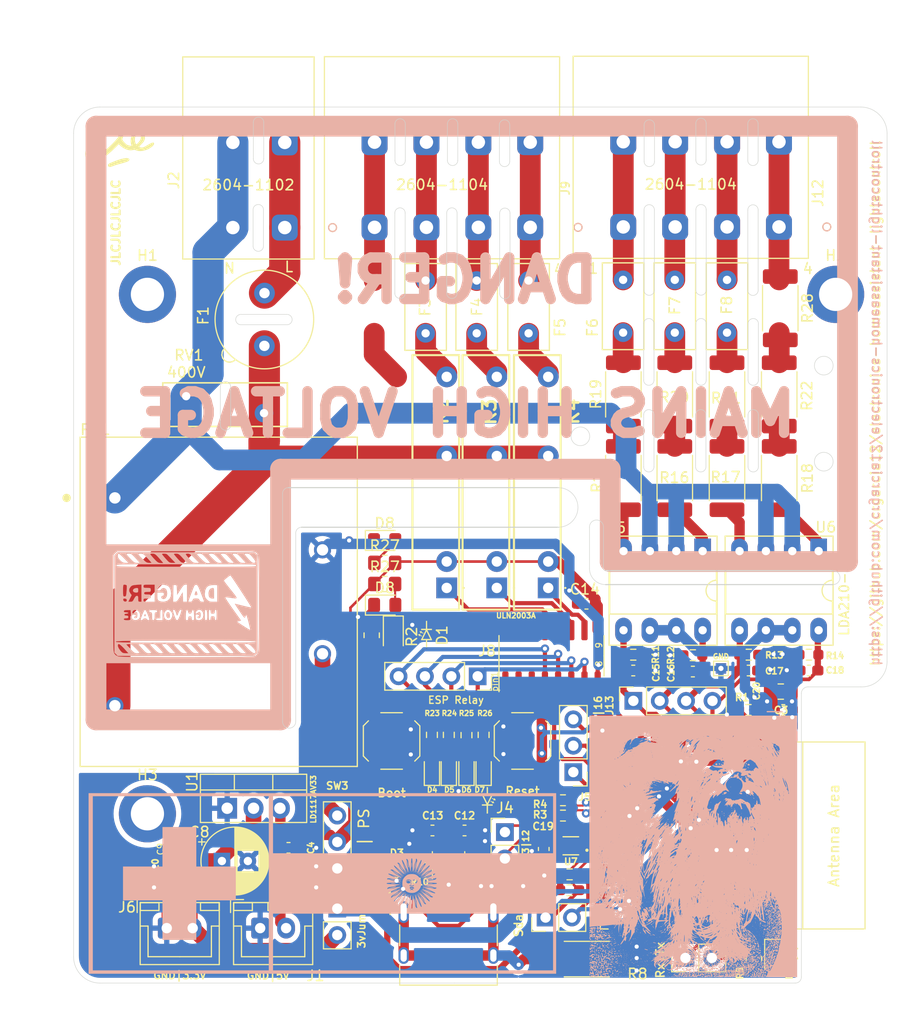
<source format=kicad_pcb>
(kicad_pcb (version 20211014) (generator pcbnew)
  (title_block (title "Home Assistant module for lights control") (date "2023-02-01") (rev "V.20230201.22"))
  (layers (0 "F.Cu" signal) (31 "B.Cu" signal) (34 "B.Paste" user) (35 "F.Paste" user) (36 "B.SilkS" user "B.Silkscreen") (37 "F.SilkS" user "F.Silkscreen") (38 "B.Mask" user) (39 "F.Mask" user) (44 "Edge.Cuts" user))
  (net 0 "")
  (net 1 "220VAC(L)")
  (net 2 "5V+")
  (net 3 "3.3V+")
  (net 4 "Net-(F1-Pad1)")
  (net 5 "Net-(F3-Pad1)")
  (net 6 "Net-(F4-Pad1)")
  (net 7 "Net-(F5-Pad1)")
  (net 8 "Net-(F6-Pad2)")
  (net 9 "Net-(F7-Pad2)")
  (net 10 "Net-(F8-Pad2)")
  (net 11 "Net-(J11-PadA6)")
  (net 12 "EspSens1")
  (net 13 "EspSens2")
  (net 14 "EspSens3")
  (net 15 "EspSens4")
  (net 16 "EspRel1")
  (net 17 "EspRel2")
  (net 18 "EspRel3")
  (net 19 "EspRel4")
  (net 22 "220VAC(N)")
  (net 23 "EN")
  (net 24 "D+")
  (net 25 "D-")
  (net 26 "IO0")
  (net 27 "RXD0")
  (net 28 "TXD0")
  (net 29 "VBUS")
  (net 30 "GND")
  (net 31 "Net-(D1-Pad2)")
  (net 32 "Net-(F3-Pad2)")
  (net 33 "Net-(F4-Pad2)")
  (net 34 "Net-(F7-Pad1)")
  (net 35 "Net-(R17-Pad1)")
  (net 36 "Net-(R17-Pad2)")
  (net 37 "Net-(R18-Pad1)")
  (net 38 "Net-(R18-Pad2)")
  (net 39 "SDA")
  (net 40 "SCL")
  (net 41 "Net-(F8-Pad1)")
  (net 42 "Net-(D2-Pad2)")
  (net 43 "220VAC(N)-LowV")
  (net 44 "GPIO3")
  (net 45 "5V+_PS")
  (net 46 "Net-(F5-Pad2)")
  (net 47 "Net-(F6-Pad1)")
  (net 49 "Net-(C10-Pad1)")
  (net 62 "GPIO16")
  (net 65 "GPIO9")
  (net 66 "Net-(J11-PadA7)")
  (net 68 "Net-(D3-Pad2)")
  (net 69 "Net-(J11-PadA5)")
  (net 71 "Net-(J11-PadB5)")
  (net 72 "/ESP-D+")
  (net 73 "/ESP-D-")
  (net 74 "GPIO12")
  (net 75 "LED-GPIO")
  (net 77 "Net-(D4-Pad2)")
  (net 78 "Net-(R15-Pad2)")
  (net 79 "Net-(R15-Pad1)")
  (net 80 "Net-(R16-Pad2)")
  (net 81 "Net-(R16-Pad1)")
  (net 88 "Net-(K2-Pad1)")
  (net 89 "Net-(K3-Pad1)")
  (net 90 "Net-(K4-Pad1)")
  (net 91 "Net-(D5-Pad2)")
  (net 92 "Net-(D6-Pad2)")
  (net 93 "Net-(D7-Pad2)")
  (net 94 "Net-(J11-PadS1)")
  (net 95 "GPIO13")
  (net 96 "Net-(D8-Pad2)")
  (net 97 "unconnected-(J9-Pad7)")
  (net 99 "Net-(J12-Pad1)")
  (net 100 "Net-(R22-Pad1)")
  (footprint "Connector_PinHeader_2.54mm:PinHeader_1x02_P2.54mm_Vertical" (layer "F.Cu") (at 56.2615 108.3437)
    (fp_text reference "J7" hide)
    (fp_text value "Current Jumper" hide)
  )
  (footprint "Resistor_SMD:R_2512_6332Metric_Pad1.40x3.35mm_HandSolder" (layer "F.Cu") (at 83.8205 58.8411 -90)
    (fp_text reference "R19")
    (fp_text value "150kΩ1w" hide)
  )
  (footprint "Resistor_SMD:R_2512_6332Metric_Pad1.40x3.35mm_HandSolder" (layer "F.Cu") (at 88.7735 58.8411 -90)
    (fp_text reference "R20")
    (fp_text value "150kΩ1w" hide)
  )
  (footprint "Varistor:RV_Disc_D12mm_W4.2mm_P7.5mm" (layer "F.Cu") (at 41.7038 59.01145)
    (fp_text reference "RV1" hide)
    (fp_text value "400V")
  )
  (footprint "Resistor_SMD:R_2512_6332Metric_Pad1.40x3.35mm_HandSolder" (layer "F.Cu") (at 88.7735 66.8929 -90)
    (fp_text reference "R16")
    (fp_text value "150kΩ1w" hide)
  )
  (footprint "Resistor_SMD:R_2512_6332Metric_Pad1.40x3.35mm_HandSolder" (layer "F.Cu") (at 83.8205 66.8929 -90)
    (fp_text reference "R15")
    (fp_text value "150kΩ1w" hide)
  )
  (footprint "LED_SMD:LED_0805_2012Metric_Pad1.15x1.40mm_HandSolder" (layer "F.Cu") (at 61.659 82.033 -90)
    (fp_text reference "D1")
    (fp_text value "LED" hide)
  )
  (footprint "Resistor_SMD:R_0805_2012Metric_Pad1.20x1.40mm_HandSolder" (layer "F.Cu") (at 59.5762 82.026 -90)
    (fp_text reference "R2")
    (fp_text value "100Ω" hide)
  )
  (footprint "Connector_JST:JST_XH_B2B-XH-A_1x02_P2.50mm_Vertical" (layer "F.Cu") (at 48.832 110.219)
    (fp_text reference "J1")
    (fp_text value "GND|5V")
  )
  (footprint "icons:che" (layer "F.Cu") (at 35.2995 34.6185)
    (fp_text reference "G1" hide)
    (fp_text value "LOGO" hide)
  )
  (footprint "icons:led_6000dpi" (layer "F.Cu") (at 64.707 81.915 90)
    (fp_text reference "G4" hide)
    (fp_text value "LOGO" hide)
  )
  (footprint "Capacitor_SMD:C_0603_1608Metric_Pad1.08x0.95mm_HandSolder" (layer "F.Cu") (at 41.275 102.489 180)
    (fp_text reference "C9")
    (fp_text value "100nF" hide)
  )
  (footprint "Capacitor_SMD:C_0805_2012Metric_Pad1.18x1.45mm_HandSolder" (layer "F.Cu") (at 51.816 106.299)
    (fp_text reference "C7")
    (fp_text value "NC")
  )
  (footprint "Capacitor_SMD:C_0603_1608Metric_Pad1.08x0.95mm_HandSolder" (layer "F.Cu") (at 80.264 78.994 180)
    (fp_text reference "C14")
    (fp_text value "100nF" hide)
  )
  (footprint "rac05-05sk:277" (layer "F.Cu") (at 44.8391 78.805)
    (fp_text reference "PS1")
    (fp_text value "RAC05-05SK/277")
  )
  (footprint "Package_TO_SOT_THT:TO-220-3_Vertical" (layer "F.Cu") (at 45.657 98.679)
    (fp_text reference "U1")
    (fp_text value "LD1117AV33")
  )
  (footprint "wago-2604-1104:big_pads_2604-1104" (layer "F.Cu") (at 74.8495 42.7585 180)
    (fp_text reference "J9")
    (fp_text value "2604-1104")
  )
  (footprint "wago-2604-1102:big_pads_2604-1102" (layer "F.Cu") (at 51.2031 42.782099 180)
    (fp_text reference "J2")
    (fp_text value "2604-1102")
  )
  (footprint "wago-2604-1104:big_pads_2604-1104" (layer "F.Cu") (at 98.8095 42.718499 180)
    (fp_text reference "J12")
    (fp_text value "2604-1104")
  )
  (footprint "Fuse:Fuseholder_TR5_Littelfuse_No560_No460" (layer "F.Cu") (at 49.2495 49.0885 -90)
    (fp_text reference "F1")
    (fp_text value "250V500mA")
  )
  (footprint "MountingHole:MountingHole_3.2mm_M3_ISO14580_Pad" (layer "F.Cu") (at 104.2675 49.2125)
    (fp_text reference "H2")
    (fp_text value "MountingHole_Pad" hide)
  )
  (footprint "MountingHole:MountingHole_3.2mm_M3_ISO14580_Pad" (layer "F.Cu") (at 37.9735 49.2125)
    (fp_text reference "H1")
    (fp_text value "MountingHole_Pad" hide)
  )
  (footprint "Package_SO:SOIC-16_3.9x9.9mm_P1.27mm" (layer "F.Cu") (at 76.899 84.009 90)
    (fp_text reference "U3" hide)
    (fp_text value "ULN2003A")
  )
  (footprint "Resistor_SMD:R_2512_6332Metric_Pad1.40x3.35mm_HandSolder" (layer "F.Cu") (at 98.8319 66.8929 -90)
    (fp_text reference "R18")
    (fp_text value "150kΩ1w" hide)
  )
  (footprint "Resistor_SMD:R_2512_6332Metric_Pad1.40x3.35mm_HandSolder" (layer "F.Cu") (at 93.8027 58.8411 -90)
    (fp_text reference "R21")
    (fp_text value "150kΩ1w" hide)
  )
  (footprint "Resistor_SMD:R_2512_6332Metric_Pad1.40x3.35mm_HandSolder" (layer "F.Cu") (at 98.8319 58.8411 -90)
    (fp_text reference "R22")
    (fp_text value "150kΩ1w" hide)
  )
  (footprint "Package_DIP:DIP-8_W7.62mm_Socket_LongPads" (layer "F.Cu") (at 91.454274 73.92332 -90)
    (fp_text reference "U5")
    (fp_text value "LDA210-PDIP")
  )
  (footprint "Package_DIP:DIP-8_W7.62mm_Socket_LongPads" (layer "F.Cu") (at 102.630274 73.92332 -90)
    (fp_text reference "U6")
    (fp_text value "LDA210-PDIP" hide)
  )
  (footprint "Resistor_SMD:R_2512_6332Metric_Pad1.40x3.35mm_HandSolder" (layer "F.Cu") (at 93.8027 66.8929 -90)
    (fp_text reference "R17")
    (fp_text value "150kΩ1w" hide)
  )
  (footprint "Resistor_SMD:R_0603_1608Metric_Pad0.98x0.95mm_HandSolder" (layer "F.Cu") (at 95.8715 89.2175)
    (fp_text reference "R1")
    (fp_text value "10kΩ" hide)
  )
  (footprint "Capacitor_SMD:C_0603_1608Metric_Pad1.08x0.95mm_HandSolder" (layer "F.Cu") (at 95.859 90.7415 180)
    (fp_text reference "C1")
    (fp_text value "100nF" hide)
  )
  (footprint "Connector_JST:JST_XH_B2B-XH-A_1x02_P2.50mm_Vertical" (layer "F.Cu") (at 39.835 110.219)
    (fp_text reference "J6")
    (fp_text value "GND|3.3V")
  )
  (footprint "Button_Switch_SMD:SW_SPST_SKQG_WithStem" (layer "F.Cu") (at 74.105 92.202 -90)
    (fp_text reference "SW1" hide)
    (fp_text value "Switch" hide)
  )
  (footprint "Button_Switch_SMD:SW_SPST_SKQG_WithStem" (layer "F.Cu") (at 61.4934 92.202 90)
    (fp_text reference "SW2" hide)
    (fp_text value "Switch" hide)
  )
  (footprint "Connector_PinSocket_2.54mm:PinSocket_1x04_P2.54mm_Vertical" (layer "F.Cu") (at 84.783 88.3416 90)
    (fp_text reference "J13")
    (fp_text value "EspSense")
  )
  (footprint "Connector_PinHeader_2.54mm:PinHeader_1x02_P2.54mm_Vertical" (layer "F.Cu") (at 89.8 113.09 90)
    (fp_text reference "J10" hide)
    (fp_text value "Serial" hide)
  )
  (footprint "Capacitor_SMD:C_0603_1608Metric_Pad1.08x0.95mm_HandSolder" (layer "F.Cu") (at 99.214 90.7415)
    (fp_text reference "C5")
    (fp_text value "100nF" hide)
  )
  (footprint "Capacitor_SMD:C_0603_1608Metric_Pad1.08x0.95mm_HandSolder" (layer "F.Cu") (at 76.15 102.6 -90)
    (fp_text reference "C19")
    (fp_text value "100nF" hide)
  )
  (footprint "Capacitor_SMD:C_0603_1608Metric" (layer "F.Cu") (at 65.43 100.82 180)
    (fp_text reference "C13")
    (fp_text value "20p" hide)
  )
  (footprint "LED_SMD:LED_0805_2012Metric_Pad1.15x1.40mm_HandSolder" (layer "F.Cu") (at 60.833 79.121)
    (fp_text reference "D8")
    (fp_text value "LED")
  )
  (footprint "Resistor_SMD:R_0603_1608Metric_Pad0.98x0.95mm_HandSolder" (layer "F.Cu") (at 95.9001 83.8962)
    (fp_text reference "R13")
    (fp_text value "10kΩ" hide)
  )
  (footprint "Connector_PinHeader_2.54mm:PinHeader_1x03_P2.54mm_Vertical" (layer "F.Cu") (at 79 95.2 180)
    (fp_text reference "J5")
    (fp_text value "9|3|16")
  )
  (footprint "RST-80-AMMO:FUSE_RST-1-BULK" (layer "F.Cu") (at 88.7735 50.3555 90)
    (fp_text reference "F7")
    (fp_text value "Fuse")
  )
  (footprint "Resistor_SMD:R_0603_1608Metric_Pad0.98x0.95mm_HandSolder" (layer "F.Cu") (at 68.707 91.6403 90)
    (fp_text reference "R25")
    (fp_text value "100Ω" hide)
  )
  (footprint "Resistor_SMD:R_0603_1608Metric_Pad0.98x0.95mm_HandSolder" (layer "F.Cu") (at 70.358 91.616 90)
    (fp_text reference "R26")
    (fp_text value "100Ω")
  )
  (footprint "Resistor_SMD:R_0603_1608Metric_Pad0.98x0.95mm_HandSolder" (layer "F.Cu") (at 84.773 83.8962)
    (fp_text reference "R11")
    (fp_text value "10kΩ" hide)
  )
  (footprint "Resistor_SMD:R_0603_1608Metric" (layer "F.Cu") (at 78 97.91 180)
    (fp_text reference "R4")
    (fp_text value "22Ω" hide)
  )
  (footprint "Resistor_SMD:R_0805_2012Metric_Pad1.20x1.40mm_HandSolder" (layer "F.Cu") (at 60.833 75.057)
    (fp_text reference "R27")
    (fp_text value "100Ω")
  )
  (footprint "Resistor_SMD:R_0603_1608Metric" (layer "F.Cu") (at 78 99.385 180)
    (fp_text reference "R3")
    (fp_text value "22Ω" hide)
  )
  (footprint "Espressif:ESP32-S3-WROOM-2" (layer "F.Cu") (at 91.35 101.3 -90)
    (fp_text reference "U2")
    (fp_text value "ESP32-S3-WROOM-2" hide)
  )
  (footprint "LED_SMD:LED_0603_1608Metric" (layer "F.Cu") (at 68.707 94.996 90)
    (fp_text reference "D6")
    (fp_text value "LED" hide)
  )
  (footprint "Connector_PinHeader_2.54mm:PinHeader_1x02_P2.54mm_Vertical" (layer "F.Cu") (at 72.41 100.975)
    (fp_text reference "J4")
    (fp_text value "13|12")
  )
  (footprint "Connector_PinHeader_2.54mm:PinHeader_1x02_P2.54mm_Vertical" (layer "F.Cu") (at 76.325 109.2 90)
    (fp_text reference "J3" hide)
    (fp_text value "I2C" hide)
  )
  (footprint "TestPoint:TestPoint_THTPad_1.0x1.0mm_Drill0.5mm" (layer "F.Cu") (at 93.218 85.217)
    (fp_text reference "TP1" hide)
    (fp_text value "GND")
  )
  (footprint "LED_SMD:LED_0805_2012Metric_Pad1.15x1.40mm_HandSolder" (layer "F.Cu") (at 98.39 113.16 -90)
    (fp_text reference "D2")
    (fp_text value "LED")
  )
  (footprint "Diode_SMD:D_SOD-323" (layer "F.Cu") (at 61.05 104.5)
    (fp_text reference "D3")
    (fp_text value "BAT60A" hide)
  )
  (footprint "RST-80-AMMO:FUSE_RST-1-BULK" (layer "F.Cu") (at 74.69 50.419 90)
    (fp_text reference "F5")
    (fp_text value "Fuse")
  )
  (footprint "Capacitor_SMD:C_0805_2012Metric_Pad1.18x1.45mm_HandSolder" (layer "F.Cu") (at 41.021 104.267 180)
    (fp_text reference "C10")
    (fp_text value "NC")
  )
  (footprint "Connector_USB:USB_C_Receptacle_HRO_TYPE-C-31-M-12" (layer "F.Cu") (at 66.976 111.8059)
    (fp_text reference "J11")
    (fp_text value "USB_C_Receptacle_USB2.0")
  )
  (footprint "Resistor_SMD:R_0603_1608Metric_Pad0.98x0.95mm_HandSolder" (layer "F.Cu") (at 101.6913 83.8962)
    (fp_text reference "R14")
    (fp_text value "10kΩ" hide)
  )
  (footprint "Connector_PinHeader_2.54mm:PinHeader_1x03_P2.54mm_Vertical" (layer "F.Cu") (at 56.2615 104.4702 180)
    (fp_text reference "SW3")
    (fp_text value "USB | PS")
  )
  (footprint "Capacitor_SMD:C_0603_1608Metric_Pad1.08x0.95mm_HandSolder" (layer "F.Cu") (at 95.8971 85.4202)
    (fp_text reference "C17")
    (fp_text value "22uF")
  )
  (footprint "LED_SMD:LED_0603_1608Metric" (layer "F.Cu") (at 65.3796 94.996 90)
    (fp_text reference "D4")
    (fp_text value "LED" hide)
  )
  (footprint "Capacitor_SMD:C_0603_1608Metric_Pad1.08x0.95mm_HandSolder" (layer "F.Cu") (at 90.5145 85.5218)
    (fp_text reference "C16")
    (fp_text value "22uF")
  )
  (footprint "Capacitor_SMD:C_0603_1608Metric_Pad1.08x0.95mm_HandSolder" (layer "F.Cu") (at 51.562 102.489)
    (fp_text reference "C4")
    (fp_text value "100nF" hide)
  )
  (footprint "RST-80-AMMO:FUSE_RST-1-BULK" (layer "F.Cu") (at 93.8027 50.3555 90)
    (fp_text reference "F8")
    (fp_text value "Fuse")
  )
  (footprint "icons:led_6000dpi" (layer "F.Cu") (at 99.98 112.63 90)
    (fp_text reference "G2" hide)
    (fp_text value "LOGO" hide)
  )
  (footprint "Resistor_SMD:R_2512_6332Metric_Pad1.40x3.35mm_HandSolder" (layer "F.Cu") (at 98.933 50.546 -90)
    (fp_text reference "R28")
    (fp_text value "150kΩ1w")
  )
  (footprint "Resistor_SMD:R_0603_1608Metric_Pad0.98x0.95mm_HandSolder" (layer "F.Cu") (at 65.3796 91.6159 90)
    (fp_text reference "R23")
    (fp_text value "100Ω" hide)
  )
  (footprint "Capacitor_SMD:C_0603_1608Metric_Pad1.08x0.95mm_HandSolder" (layer "F.Cu") (at 101.6883 85.4202 180)
    (fp_text reference "C18")
    (fp_text value "22uF")
  )
  (footprint "Resistor_SMD:R_0805_2012Metric_Pad1.20x1.40mm_HandSolder" (layer "F.Cu") (at 60.833 77.089)
    (fp_text reference "R27")
    (fp_text value "100Ω")
  )
  (footprint "Resistor_SMD:R_0603_1608Metric_Pad0.98x0.95mm_HandSolder" (layer "F.Cu") (at 69.68 103.69 90)
    (fp_text reference "R9")
    (fp_text value "5.1kΩ")
  )
  (footprint "Resistor_SMD:R_0603_1608Metric_Pad0.98x0.95mm_HandSolder" (layer "F.Cu") (at 67.0052 91.6178 90)
    (fp_text reference "R24")
    (fp_text value "100Ω" hide)
  )
  (footprint "AQG12205:AQG12205" (layer "F.Cu") (at 66.802 77.47 90)
    (fp_text reference "K2")
    (fp_text value "AQG12205" hide)
  )
  (footprint "RST-80-AMMO:FUSE_RST-1-BULK" (layer "F.Cu") (at 64.77 50.419 90)
    (fp_text reference "F3")
    (fp_text value "Fuse")
  )
  (footprint "AQG12205:AQG12205" (layer "F.Cu") (at 76.581 77.47 90)
    (fp_text reference "K4")
    (fp_text value "AQG12205" hide)
  )
  (footprint "LED_SMD:LED_0805_2012Metric_Pad1.15x1.40mm_HandSolder" (layer "F.Cu") (at 60.824 72.898)
    (fp_text reference "D8")
    (fp_text value "LED")
  )
  (footprint "Resistor_SMD:R_2512_6332Metric_Pad1.40x3.35mm_HandSolder" (layer "F.Cu") (at 80.3 113.2)
    (fp_text reference "R8")
    (fp_text value "150kΩ1w" hide)
  )
  (footprint "sht40:XDCR_SHT40-AD1B-R2" (layer "F.Cu") (at 78.76 102.2936 180)
    (fp_text reference "U7")
    (fp_text value "SHT4x" hide)
  )
  (footprint "Package_TO_SOT_SMD:SOT-23-6" (layer "F.Cu") (at 66.98 103.66 90)
    (fp_text reference "U4")
    (fp_text value "USBLC6-2SC6" hide)
  )
  (footprint "AQG12205:AQG12205" (layer "F.Cu") (at 71.628 77.47 90)
    (fp_text reference "K3")
    (fp_text value "AQG12205" hide)
  )
  (footprint "Capacitor_SMD:C_0603_1608Metric" (layer "F.Cu") (at 68.52 100.82)
    (fp_text reference "C12")
    (fp_text value "20p" hide)
  )
  (footprint "Resistor_SMD:R_0603_1608Metric_Pad0.98x0.95mm_HandSolder" (layer "F.Cu") (at 78.6416 105.0426)
    (fp_text reference "R7")
    (fp_text value "10kΩ" hide)
  )
  (footprint "Capacitor_SMD:C_0805_2012Metric_Pad1.18x1.45mm_HandSolder" (layer "F.Cu") (at 41.021 106.299 180)
    (fp_text reference "C11")
    (fp_text value "NC")
  )
  (footprint "Capacitor_THT:CP_Radial_D6.3mm_P2.50mm" (layer "F.Cu") (at 45.149 103.759)
    (fp_text reference "C8")
    (fp_text value "10uF" hide)
  )
  (footprint "RST-80-AMMO:FUSE_RST-1-BULK" (layer "F.Cu") (at 83.7951 50.3555 90)
    (fp_text reference "F6")
    (fp_text value "Fuse")
  )
  (footprint "LED_SMD:LED_0603_1608Metric" (layer "F.Cu") (at 70.358 94.996 90)
    (fp_text reference "D7")
    (fp_text value "LED")
  )
  (footprint "Capacitor_SMD:C_0603_1608Metric_Pad1.08x0.95mm_HandSolder" (layer "F.Cu") (at 99.2245 89.2175)
    (fp_text reference "C3")
    (fp_text value "22uF" hide)
  )
  (footprint "Capacitor_SMD:C_0805_2012Metric_Pad1.18x1.45mm_HandSolder" (layer "F.Cu") (at 51.816 104.267)
    (fp_text reference "C6")
    (fp_text value "NC")
  )
  (footprint "icons:led_6000dpi" (layer "F.Cu") (at 70.866 97.917 -90)
    (fp_text reference "G2" hide)
    (fp_text value "LOGO" hide)
  )
  (footprint "Resistor_SMD:R_0603_1608Metric_Pad0.98x0.95mm_HandSolder" (layer "F.Cu") (at 90.5134 83.947)
    (fp_text reference "R12")
    (fp_text value "10kΩ" hide)
  )
  (footprint "Resistor_SMD:R_0603_1608Metric_Pad0.98x0.95mm_HandSolder" (layer "F.Cu") (at 78.6416 106.5666)
    (fp_text reference "R6")
    (fp_text value "10kΩ" hide)
  )
  (footprint "Resistor_SMD:R_0805_2012Metric_Pad1.20x1.40mm_HandSolder" (layer "F.Cu") (at 96.39 113.16 90)
    (fp_text reference "R5")
    (fp_text value "100Ω")
  )
  (footprint "Resistor_SMD:R_0603_1608Metric_Pad0.98x0.95mm_HandSolder" (layer "F.Cu") (at 64.21 103.67 90)
    (fp_text reference "R10")
    (fp_text value "5.1kΩ" hide)
  )
  (footprint "Connector_PinSocket_2.54mm:PinSocket_1x04_P2.54mm_Vertical" (layer "F.Cu") (at 69.787 85.979 -90)
    (fp_text reference "J8")
    (fp_text value "EspRelays" hide)
  )
  (footprint "MountingHole:MountingHole_3.2mm_M3_ISO14580_Pad" (layer "F.Cu") (at 37.9735 99.2125)
    (fp_text reference "H3")
    (fp_text value "MountingHole_Pad")
  )
  (footprint "Capacitor_SMD:C_0603_1608Metric_Pad1.08x0.95mm_HandSolder" (layer "F.Cu") (at 84.7719 85.4202)
    (fp_text reference "C15")
    (fp_text value "22uF")
  )
  (footprint "RST-80-AMMO:FUSE_RST-1-BULK" (layer "F.Cu") (at 69.69 50.419 90)
    (fp_text reference "F4")
    (fp_text value "Fuse")
  )
  (footprint "Capacitor_SMD:C_0805_2012Metric_Pad1.18x1.45mm_HandSolder" (layer "F.Cu") (at 98.9825 87.45)
    (fp_text reference "C20")
    (fp_text value "NC" hide)
  )
  (footprint "LED_SMD:LED_0603_1608Metric" (layer "F.Cu") (at 67.0052 94.996 90)
    (fp_text reference "D5")
    (fp_text value "LED" hide)
  )
  (footprint "icons:danger1_negative" (layer "B.Cu") (at 41.72 78.994 180)
    (fp_text reference "G3" hide)
    (fp_text value "LOGO" hide)
  )
  (footprint "Capacitor_SMD:C_1206_3216Metric_Pad1.33x1.80mm_HandSolder" (layer "B.Cu") (at 98.3875 90.29)
    (fp_text reference "C2")
    (fp_text value "NC")
  )
  (footprint "icons:flags" (layer "B.Cu") (at 54.8264 105.918 180)
    (fp_text reference "G6")
    (fp_text value "LOGO" hide)
  )
  (footprint "icons:depsi" (layer "B.Cu") (at 90.55 102.334164 180)
    (fp_text reference "G5")
    (fp_text value "LOGO" hide)
  )
  (footprint "NetTie:NetTie-2_SMD_Pad2.0mm" (layer "B.Cu") (at 84.0745 64.008 -90)
    (fp_text reference "NT1" hide)
    (fp_text value "NetTie_2")
  )
  (gr_line (start 105.41 74.93) (end 82.55 74.93) (layer "B.SilkS") (width 2))
  (gr_line (start 33.02 90.17) (end 33.02 33.02) (layer "B.SilkS") (width 2))
  (gr_line (start 105.41 33.02) (end 105.41 74.93) (layer "B.SilkS") (width 2))
  (gr_line (start 50.8 66.04) (end 50.8 90.17) (layer "B.SilkS") (width 2))
  (gr_line (start 82.55 74.93) (end 82.55 66.04) (layer "B.SilkS") (width 2))
  (gr_line (start 50.8 90.17) (end 33.02 90.17) (layer "B.SilkS") (width 2))
  (gr_line (start 82.55 66.04) (end 50.8 66.04) (layer "B.SilkS") (width 2))
  (gr_line (start 33.02 33.02) (end 105.41 33.02) (layer "B.SilkS") (width 2))
  (gr_line (start 109.22 84.563949) (end 109.2205 33.7185) (layer "Edge.Cuts") (width 0.05))
  (gr_line (start 67.5395 115.5085) (end 33.4015 115.5085) (layer "Edge.Cuts") (width 0.05))
  (gr_circle (center 103.1245 56.0705) (end 104.0245 56.0705) (layer "Edge.Cuts") (width 0.05) (fill none))
  (gr_line (start 77.5395 71.628) (end 52.8198 71.628) (layer "Edge.Cuts") (width 0.1))
  (gr_line (start 106.6805 31.1785) (end 33.4015 31.1785) (layer "Edge.Cuts") (width 0.05))
  (gr_line (start 51.5498 67.818) (end 77.5395 67.818) (layer "Edge.Cuts") (width 0.1))
  (gr_line (start 30.8615 112.9665) (end 30.8615 33.7185) (layer "Edge.Cuts") (width 0.05))
  (gr_arc (start 77.5395 67.818) (mid 79.4445 69.723) (end 77.5395 71.628) (layer "Edge.Cuts") (width 0.05))
  (gr_arc (start 33.4015 115.5085) (mid 31.605327 114.763259) (end 30.8615 112.9665) (layer "Edge.Cuts") (width 0.05))
  (gr_line (start 100.3935 115.5065) (end 67.5395 115.5085) (layer "Edge.Cuts") (width 0.05))
  (gr_arc (start 106.6805 31.1785) (mid 108.476551 31.922449) (end 109.2205 33.7185) (layer "Edge.Cuts") (width 0.05))
  (gr_line (start 91.79905 57.46455) (end 91.79905 52.03485) (layer "Edge.Cuts") (width 0.05))
  (gr_line (start 95.8034 32.8041) (end 95.8034 36.3125) (layer "Edge.Cuts") (width 0.05))
  (gr_circle (center 79.6803 62.8777) (end 80.5803 62.8777) (layer "Edge.Cuts") (width 0.05) (fill none))
  (gr_line (start 66.80475 41.3793) (end 66.80475 49.10675) (layer "Edge.Cuts") (width 0.05))
  (gr_line (start 61.8182 32.8041) (end 61.8182 36.3125) (layer "Edge.Cuts") (width 0.05))
  (gr_arc (start 82.103 77.14912) (mid 81.011142 76.696858) (end 80.55888 75.605) (layer "Edge.Cuts") (width 0.05))
  (gr_arc (start 86.8177 36.4141) (mid 86.31945 36.91235) (end 85.8212 36.4141) (layer "Edge.Cuts") (width 0.05))
  (gr_line (start 85.77335 52.03485) (end 85.77335 57.46455) (layer "Edge.Cuts") (width 0.05))
  (gr_arc (start 85.8212 32.9057) (mid 86.31945 32.40745) (end 86.8177 32.9057) (layer "Edge.Cuts") (width 0.05))
  (gr_line (start 48.153 41.0591) (end 48.153 44.5675) (layer "Edge.Cuts") (width 0.05))
  (gr_line (start 86.76985 57.46455) (end 86.76985 52.03485) (layer "Edge.Cuts") (width 0.05))
  (gr_arc (start 86.76985 65.805) (mid 86.2716 66.30325) (end 85.77335 65.805) (layer "Edge.Cuts") (width 0.05))
  (gr_arc (start 67.8693 36.3125) (mid 67.37105 36.81075) (end 66.8728 36.3125) (layer "Edge.Cuts") (width 0.05))
  (gr_arc (start 96.80285 48.8149) (mid 96.3046 49.31315) (end 95.80635 48.8149) (layer "Edge.Cuts") (width 0.05))
  (gr_arc (start 66.80475 41.3793) (mid 67.303 40.88105) (end 67.80125 41.3793) (layer "Edge.Cuts") (width 0.05))
  (gr_arc (start 50.991 68.3768) (mid 51.154669 67.981669) (end 51.5498 67.818) (layer "Edge.Cuts") (width 0.05))
  (gr_circle (center 103.1245 65.3161) (end 104.0245 65.3161) (layer "Edge.Cuts") (width 0.05) (fill none))
  (gr_line (start 96.82825 57.46455) (end 96.82825 52.03485) (layer "Edge.Cuts") (width 0.05))
  (gr_arc (start 91.79905 57.46455) (mid 91.3008 57.9628) (end 90.80255 57.46455) (layer "Edge.Cuts") (width 0.05))
  (gr_arc (start 66.8728 32.8041) (mid 67.37105 32.30585) (end 67.8693 32.8041) (layer "Edge.Cuts") (width 0.05))
  (gr_arc (start 96.7999 36.3125) (mid 96.30165 36.81075) (end 95.8034 36.3125) (layer "Edge.Cuts") (width 0.05))
  (gr_line (start 51.415375 51.139375) (end 46.983625 51.139375) (layer "Edge.Cuts") (width 0.05))
  (gr_arc (start 85.77335 52.03485) (mid 86.2716 51.5366) (end 86.76985 52.03485) (layer "Edge.Cuts") (width 0.05))
  (gr_line (start 95.80635 41.08745) (end 95.80635 48.8149) (layer "Edge.Cuts") (width 0.05))
  (gr_line (start 96.80285 48.8149) (end 96.80285 41.08745) (layer "Edge.Cuts") (width 0.05))
  (gr_line (start 71.8766 32.9057) (end 71.8766 36.4141) (layer "Edge.Cuts") (width 0.05))
  (gr_line (start 82.103 75.80292) (end 104.001874 75.80292) (layer "Edge.Cuts") (width 0.1))
  (gr_arc (start 80.55888 71.605) (mid 81.231981 70.931924) (end 81.905081 71.605) (layer "Edge.Cuts") (width 0.05))
  (gr_line (start 90.77715 60.805) (end 90.77715 65.805) (layer "Edge.Cuts") (width 0.05))
  (gr_arc (start 100.965 87.63) (mid 101.150987 87.180987) (end 101.6 86.995) (layer "Edge.Cuts") (width 0.05))
  (gr_arc (start 52.261 72.1868) (mid 52.424639 71.791639) (end 52.8198 71.628) (layer "Edge.Cuts") (width 0.05))
  (gr_arc (start 95.83175 52.03485) (mid 96.33 51.5366) (end 96.82825 52.03485) (layer "Edge.Cuts") (width 0.05))
  (gr_line (start 50.991 68.3768) (end 50.991 90.3478) (layer "Edge.Cuts") (width 0.05))
  (gr_arc (start 71.90475 41.405) (mid 72.403 40.90675) (end 72.90125 41.405) (layer "Edge.Cuts") (width 0.05))
  (gr_line (start 85.8095 41.0757) (end 85.8095 48.80315) (layer "Edge.Cuts") (width 0.05))
  (gr_arc (start 62.80125 49.10675) (mid 62.303 49.605) (end 61.80475 49.10675) (layer "Edge.Cuts") (width 0.05))
  (gr_line (start 71.90475 41.405) (end 71.90475 49.13245) (layer "Edge.Cuts") (width 0.05))
  (gr_arc (start 49.176 36.1569) (mid 48.67775 36.65515) (end 48.1795 36.1569) (layer "Edge.Cuts") (width 0.05))
  (gr_arc (start 62.8147 36.3125) (mid 62.31645 36.81075) (end 61.8182 36.3125) (layer "Edge.Cuts") (width 0.05))
  (gr_line (start 91.7961 36.2617) (end 91.7961 32.7533) (layer "Edge.Cuts") (width 0.05))
  (gr_line (start 96.82825 65.805) (end 96.82825 60.805) (layer "Edge.Cuts") (width 0.05))
  (gr_line (start 85.77335 60.805) (end 85.77335 65.805) (layer "Edge.Cuts") (width 0.05))
  (gr_arc (start 95.80635 41.08745) (mid 96.3046 40.5892) (end 96.80285 41.08745) (layer "Edge.Cuts") (width 0.05))
  (gr_line (start 85.8212 32.9057) (end 85.8212 36.4141) (layer "Edge.Cuts") (width 0.05))
  (gr_line (start 95.83175 60.805) (end 95.83175 65.805) (layer "Edge.Cuts") (width 0.05))
  (gr_arc (start 45.9931 61.78375) (mid 45.49485 62.282) (end 44.9966 61.78375) (layer "Edge.Cuts") (width 0.05))
  (gr_line (start 104.001874 77.14912) (end 82.103 77.14912) (layer "Edge.Cuts") (width 0.1))
  (gr_line (start 91.79905 48.7895) (end 91.79905 41.06205) (layer "Edge.Cuts") (width 0.05))
  (gr_arc (start 86.806 48.80315) (mid 86.30775 49.3014) (end 85.8095 48.80315) (layer "Edge.Cuts") (width 0.05))
  (gr_arc (start 100.965 114.935) (mid 100.797612 115.339112) (end 100.3935 115.5065) (layer "Edge.Cuts") (width 0.05))
  (gr_arc (start 48.1795 32.6485) (mid 48.67775 32.15025) (end 49.176 32.6485) (layer "Edge.Cuts") (width 0.05))
  (gr_line (start 100.965 87.63) (end 100.965 114.935) (layer "Edge.Cuts") (width 0.05))
  (gr_arc (start 67.80125 49.10675) (mid 67.303 49.605) (end 66.80475 49.10675) (layer "Edge.Cuts") (width 0.05))
  (gr_line (start 49.176 36.1569) (end 49.176 32.6485) (layer "Edge.Cuts") (width 0.05))
  (gr_arc (start 51.415375 51.139375) (mid 51.913625 51.6376) (end 51.415375 52.135875) (layer "Edge.Cuts") (width 0.05))
  (gr_line (start 49.1495 44.5675) (end 49.1495 41.0591) (layer "Edge.Cuts") (width 0.05))
  (gr_line (start 86.806 48.80315) (end 86.806 41.0757) (layer "Edge.Cuts") (width 0.05))
  (gr_arc (start 48.153 41.0591) (mid 48.65125 40.56085) (end 49.1495 41.0591) (layer "Edge.Cuts") (width 0.05))
  (gr_arc (start 49.1495 44.5675) (mid 48.65125 45.06575) (end 48.153 44.5675) (layer "Edge.Cuts") (width 0.05))
  (gr_line (start 72.8731 36.4141) (end 72.8731 32.9057) (layer "Edge.Cuts") (width 0.05))
  (gr_line (start 66.8728 32.8041) (end 66.8728 36.3125) (layer "Edge.Cuts") (width 0.05))
  (gr_line (start 90.80255 52.03485) (end 90.80255 57.46455) (layer "Edge.Cuts") (width 0.05))
  (gr_arc (start 71.8766 32.9057) (mid 72.37485 32.40745) (end 72.8731 32.9057) (layer "Edge.Cuts") (width 0.05))
  (gr_arc (start 86.76985 57.46455) (mid 86.2716 57.9628) (end 85.77335 57.46455) (layer "Edge.Cuts") (width 0.05))
  (gr_arc (start 30.8615 33.7185) (mid 31.605449 31.922449) (end 33.4015 31.1785) (layer "Edge.Cuts") (width 0.05))
  (gr_arc (start 46.983625 52.135875) (mid 46.485325 51.6376) (end 46.983625 51.139375) (layer "Edge.Cuts") (width 0.05))
  (gr_arc (start 109.22 84.563949) (mid 108.469162 86.321903) (end 106.68 86.995) (layer "Edge.Cuts") (width 0.05))
  (gr_line (start 44.9966 58.10425) (end 44.9966 61.78375) (layer "Edge.Cuts") (width 0.05))
  (gr_line (start 90.80255 41.06205) (end 90.80255 48.7895) (layer "Edge.Cuts") (width 0.05))
  (gr_line (start 67.8693 36.3125) (end 67.8693 32.8041) (layer "Edge.Cuts") (width 0.05))
  (gr_arc (start 61.80475 41.3793) (mid 62.303 40.88105) (end 62.80125 41.3793) (layer "Edge.Cuts") (width 0.05))
  (gr_arc (start 90.80255 52.03485) (mid 91.3008 51.5366) (end 91.79905 52.03485) (layer "Edge.Cuts") (width 0.05))
  (gr_arc (start 91.7961 36.2617) (mid 91.29785 36.75995) (end 90.7996 36.2617) (layer "Edge.Cuts") (width 0.05))
  (gr_arc (start 90.7996 32.7533) (mid 91.29785 32.25505) (end 91.7961 32.7533) (layer "Edge.Cuts") (width 0.05))
  (gr_arc (start 52.261 90.3478) (mid 51.626 90.967378) (end 50.991 90.3478) (layer "Edge.Cuts") (width 0.05))
  (gr_arc (start 95.83175 60.805) (mid 96.33 60.30675) (end 96.82825 60.805) (layer "Edge.Cuts") (width 0.05))
  (gr_arc (start 96.82825 57.46455) (mid 96.33 57.9628) (end 95.83175 57.46455) (layer "Edge.Cuts") (width 0.05))
  (gr_arc (start 91.79905 48.7895) (mid 91.3008 49.28775) (end 90.80255 48.7895) (layer "Edge.Cuts") (width 0.05))
  (gr_arc (start 82.103 75.802919) (mid 81.96305 75.74495) (end 81.905081 75.605) (layer "Edge.Cuts") (width 0.05))
  (gr_arc (start 91.77365 65.805) (mid 91.2754 66.30325) (end 90.77715 65.805) (layer "Edge.Cuts") (width 0.05))
  (gr_line (start 96.7999 36.3125) (end 96.7999 32.8041) (layer "Edge.Cuts") (width 0.05))
  (gr_arc (start 90.80255 41.06205) (mid 91.3008 40.5638) (end 91.79905 41.06205) (layer "Edge.Cuts") (width 0.05))
  (gr_arc (start 61.8182 32.8041) (mid 62.31645 32.30585) (end 62.8147 32.8041) (layer "Edge.Cuts") (width 0.05))
  (gr_line (start 62.8147 36.3125) (end 62.8147 32.8041) (layer "Edge.Cuts") (width 0.05))
  (gr_line (start 48.1795 32.6485) (end 48.1795 36.1569) (layer "Edge.Cuts") (width 0.05))
  (gr_arc (start 72.90125 49.13245) (mid 72.403 49.6307) (end 71.90475 49.13245) (layer "Edge.Cuts") (width 0.05))
  (gr_line (start 95.83175 52.03485) (end 95.83175 57.46455) (layer "Edge.Cuts") (width 0.05))
  (gr_line (start 101.6 86.995) (end 106.68 86.995) (layer "Edge.Cuts") (width 0.05))
  (gr_line (start 86.76985 65.805) (end 86.76985 60.805) (layer "Edge.Cuts") (width 0.05))
  (gr_line (start 80.55888 75.605) (end 80.55888 71.605) (layer "Edge.Cuts") (width 0.05))
  (gr_arc (start 44.9966 58.10425) (mid 45.49485 57.606) (end 45.9931 58.10425) (layer "Edge.Cuts") (width 0.05))
  (gr_line (start 62.80125 49.10675) (end 62.80125 41.3793) (layer "Edge.Cuts") (width 0.05))
  (gr_arc (start 104.001874 75.80292) (mid 104.67498 76.476) (end 104.001874 77.14912) (layer "Edge.Cuts") (width 0.05))
  (gr_line (start 81.905081 71.605) (end 81.905081 75.605) (layer "Edge.Cuts") (width 0.05))
  (gr_arc (start 85.77335 60.805) (mid 86.2716 60.30675) (end 86.76985 60.805) (layer "Edge.Cuts") (width 0.05))
  (gr_arc (start 90.77715 60.805) (mid 91.2754 60.30675) (end 91.77365 60.805) (layer "Edge.Cuts") (width 0.05))
  (gr_arc (start 95.8034 32.8041) (mid 96.30165 32.30585) (end 96.7999 32.8041) (layer "Edge.Cuts") (width 0.05))
  (gr_arc (start 72.8731 36.4141) (mid 72.37485 36.91235) (end 71.8766 36.4141) (layer "Edge.Cuts") (width 0.05))
  (gr_line (start 45.9931 61.78375) (end 45.9931 58.10425) (layer "Edge.Cuts") (width 0.05))
  (gr_line (start 90.7996 32.7533) (end 90.7996 36.2617) (layer "Edge.Cuts") (width 0.05))
  (gr_line (start 91.77365 65.805) (end 91.77365 60.805) (layer "Edge.Cuts") (width 0.05))
  (gr_line (start 86.8177 36.4141) (end 86.8177 32.9057) (layer "Edge.Cuts") (width 0.05))
  (gr_line (start 67.80125 49.10675) (end 67.80125 41.3793) (layer "Edge.Cuts") (width 0.05))
  (gr_line (start 52.261 90.3478) (end 52.261 72.1868) (layer "Edge.Cuts") (width 0.05))
  (gr_line (start 46.983625 52.135875) (end 51.415375 52.135875) (layer "Edge.Cuts") (width 0.05))
  (gr_line (start 61.80475 41.3793) (end 61.80475 49.10675) (layer "Edge.Cuts") (width 0.05))
  (gr_arc (start 85.8095 41.0757) (mid 86.30775 40.57745) (end 86.806 41.0757) (layer "Edge.Cuts") (width 0.05))
  (gr_line (start 72.90125 49.13245) (end 72.90125 41.405) (layer "Edge.Cuts") (width 0.05))
  (gr_arc (start 96.82825 65.805) (mid 96.33 66.30325) (end 95.83175 65.805) (layer "Edge.Cuts") (width 0.05))
  (gr_text "DANGER!\n\nMAINS HIGH VOLTAGE" (at 68.63 54.3) (layer "B.SilkS") (effects (font (size 4 4) (thickness 1)) (justify mirror)))
  (gr_text "https://github.com/crgarcia12/electronics-homeassistant-lightscontroll" (at 108.22 59.65 -90) (layer "B.SilkS") (effects (font (size 0.9 0.9)) (justify mirror)))
  (gr_text "4" (at 101.5895 46.7485) (layer "F.SilkS") (effects (font (size 1 1))))
  (gr_text "1" (at 80.9095 46.7185) (layer "F.SilkS") (effects (font (size 1 1))))
  (gr_text "V.20230201.22" (at 33 43.69 90) (layer "F.SilkS") (effects (font (size 1 1))))
  (gr_text "N" (at 46.503 46.705) (layer "F.SilkS") (effects (font (size 1 1)) (justify right)))
  (gr_text "L" (at 51.0995 46.5685) (layer "F.SilkS") (effects (font (size 1 1)) (justify left)))
  (gr_text "ESP Relay" (at 67.691 88.265) (layer "F.SilkS") (effects (font (size 0.7 0.7) (thickness 0.125))))
  (gr_text "4" (at 77.597 46.863) (layer "F.SilkS") (effects (font (size 1 1))))
  (gr_text "1" (at 57.15 46.736) (layer "F.SilkS") (effects (font (size 1 1))))
  (gr_text "JLCJLCJLCJLC" (at 34.94 42.31 90) (layer "F.SilkS") (effects (font (size 0.8 0.8) (thickness 0.2))))
  (gr_text "https://github.com/crgarcia12/electronics-homeassistant-lightscontroll" (at 108.1 59.69 90) (layer "F.SilkS") (effects (font (size 0.9 0.9))))
  (segment (start 59.817 52.959) (end 59.817 54.991) (width 2) (layer "F.Cu") (net 0))
  (segment (start 61.833 79.096) (end 61.858 79.121) (width 0.2) (layer "F.Cu") (net 0))
  (segment (start 59.817 54.991) (end 61.976 57.15) (width 2) (layer "F.Cu") (net 0))
  (segment (start 61.833 77.089) (end 61.833 79.096) (width 0.2) (layer "F.Cu") (net 0))
  (segment (start 58.665 80.264) (end 58.2555 80.264) (width 0.2) (layer "F.Cu") (net 0))
  (segment (start 59.808 79.121) (end 58.665 80.264) (width 0.2) (layer "F.Cu") (net 0))
  (via (at 58.2555 80.264) (size 0.8) (drill 0.4) (layers "F.Cu" "B.Cu") (net 0))
  (segment (start 34.8391 88.805) (end 34.8391 79.5757) (width 3) (layer "F.Cu") (net 1))
  (segment (start 49.2038 65.211) (end 49.2038 63.3638) (width 3) (layer "F.Cu") (net 1))
  (segment (start 49.6448 64.77) (end 76.581 64.77) (width 2) (layer "F.Cu") (net 1))
  (segment (start 49.2038 63.3638) (end 49.2395 63.3281) (width 3) (layer "F.Cu") (net 1))
  (segment (start 49.2395 63.3281) (end 49.2395 54.1685) (width 3) (layer "F.Cu") (net 1))
  (segment (start 34.8391 79.5757) (end 49.2038 65.211) (width 3) (layer "F.Cu") (net 1))
  (segment (start 49.2038 65.211) (end 49.6448 64.77) (width 1.5) (layer "F.Cu") (net 1))
  (segment (start 50.7785 104.267) (end 50.7785 109.6655) (width 1) (layer "F.Cu") (net 2))
  (segment (start 57.881 83.026) (end 57.595 83.312) (width 1) (layer "F.Cu") (net 2))
  (segment (start 50.7785 101.2405) (end 55.5718 101.2405) (width 1) (layer "F.Cu") (net 2))
  (segment (start 50.7785 104.267) (end 50.7785 101.2405) (width 1) (layer "F.Cu") (net 2))
  (segment (start 81.344 79.2115) (end 81.1265 78.994) (width 1) (layer "F.Cu") (net 2))
  (segment (start 76.581 74.93) (end 66.802 74.93) (width 0.25) (layer "F.Cu") (net 2))
  (segment (start 55.5718 101.2405) (end 56.2615 101.9302) (width 1) (layer "F.Cu") (net 2))
  (segment (start 58.061011 97.062211) (end 57.595 96.5962) (width 1.5) (layer "F.Cu") (net 2))
  (segment (start 81.344 81.534) (end 81.344 79.2115) (width 1) (layer "F.Cu") (net 2))
  (segment (start 50.7785 109.6655) (end 51.332 110.219) (width 1) (layer "F.Cu") (net 2))
  (segment (start 81.1265 78.994) (end 81.1265 78.541122) (width 1) (layer "F.Cu") (net 2))
  (segment (start 57.531 83.248) (end 57.595 83.312) (width 0.25) (layer "F.Cu") (net 2))
  (segment (start 60.309 76.581) (end 60.309 76.597) (width 0.25) (layer "F.Cu") (net 2))
  (segment (start 58.061011 100.135583) (end 58.061011 97.062211) (width 1.5) (layer "F.Cu") (net 2))
  (segment (start 66.802 74.93) (end 61.96 74.93) (width 0.25) (layer "F.Cu") (net 2))
  (segment (start 57.531 79.375) (end 57.531 83.248) (width 0.25) (layer "F.Cu") (net 2))
  (segment (start 60.309 76.597) (end 57.531 79.375) (width 0.25) (layer "F.Cu") (net 2))
  (segment (start 57.349797 100.846797) (end 58.061011 100.135583) (width 1.5) (layer "F.Cu") (net 2))
  (segment (start 81.1265 78.541122) (end 77.515378 74.93) (width 1) (layer "F.Cu") (net 2))
  (segment (start 56.2615 101.9302) (end 57.344903 100.846797) (width 1.5) (layer "F.Cu") (net 2))
  (segment (start 50.7785 98.7205) (end 50.737 98.679) (width 1) (layer "F.Cu") (net 2))
  (segment (start 50.7785 101.2405) (end 50.7785 98.7205) (width 1) (layer "F.Cu") (net 2))
  (segment (start 61.833 75.057) (end 60.309 76.581) (width 0.25) (layer "F.Cu") (net 2))
  (segment (start 61.96 74.93) (end 61.833 75.057) (width 0.25) (layer "F.Cu") (net 2))
  (segment (start 59.5762 83.026) (end 57.881 83.026) (width 1) (layer "F.Cu") (net 2))
  (segment (start 57.595 96.5962) (end 57.595 83.312) (width 1.5) (layer "F.Cu") (net 2))
  (segment (start 57.344903 100.846797) (end 57.349797 100.846797) (width 1.5) (layer "F.Cu") (net 2))
  (segment (start 77.515378 74.93) (end 76.581 74.93) (width 1) (layer "F.Cu") (net 2))
  (segment (start 98.362 87.677) (end 98.362 89.748) (width 1) (layer "F.Cu") (net 3))
  (segment (start 76.2 105.156) (end 77.6157 105.156) (width 0.6) (layer "F.Cu") (net 3))
  (segment (start 74.168 106.172) (end 74.039603 106.043603) (width 0.6) (layer "F.Cu") (net 3))
  (segment (start 96.457 88.011) (end 98.028 88.011) (width 1) (layer "F.Cu") (net 3))
  (segment (start 96.784 89.2175) (end 98.362 89.2175) (width 1) (layer "F.Cu") (net 3))
  (segment (start 76.4215 101.8892) (end 76.1565 101.6242) (width 0.25) (layer "F.Cu") (net 3))
  (segment (start 77.7291 105.0426) (end 77.7291 105.6291) (width 0.6) (layer "F.Cu") (net 3))
  (segment (start 98.362 89.748) (end 98.362 92.528) (width 1) (layer "F.Cu") (net 3))
  (segment (start 74.039603 102.487603) (end 74.903007 101.6242) (width 0.6) (layer "F.Cu") (net 3))
  (segment (start 77.6965 101.8892) (end 76.4215 101.8892) (width 0.25) (layer "F.Cu") (net 3))
  (segment (start 98.028 88.011) (end 98.362 87.677) (width 1) (layer "F.Cu") (net 3))
  (segment (start 77.6157 105.156) (end 77.7291 105.0426) (width 0.6) (layer "F.Cu") (net 3))
  (segment (start 97.663 88.376) (end 98.362 87.677) (width 1) (layer "F.Cu") (net 3))
  (segment (start 76.2 105.156) (end 74.168 105.156) (width 0.6) (layer "F.Cu") (net 3))
  (segment (start 74.039603 106.043603) (end 74.039603 102.487603) (width 0.6) (layer "F.Cu") (net 3))
  (segment (start 98.362 92.528) (end 98.34 92.55) (width 1) (layer "F.Cu") (net 3))
  (segment (start 97.663 88.392) (end 97.663 88.376) (width 1) (layer "F.Cu") (net 3))
  (segment (start 76.1565 101.6242) (end 74.903007 101.6242) (width 0.6) (layer "F.Cu") (net 3))
  (segment (start 77.7291 105.6291) (end 77.7291 106.5666) (width 0.6) (layer "F.Cu") (net 3))
  (via (at 74.168 106.172) (size 0.8) (drill 0.4) (layers "F.Cu" "B.Cu") (net 3))
  (via (at 96.457 88.011) (size 0.8) (drill 0.4) (layers "F.Cu" "B.Cu") (net 3))
  (via (at 98.36 89.97) (size 0.8) (drill 0.4) (layers "F.Cu" "B.Cu") (net 3))
  (via (at 97.663 88.392) (size 0.8) (drill 0.4) (layers "F.Cu" "B.Cu") (net 3))
  (via (at 76.2 105.156) (size 0.8) (drill 0.4) (layers "F.Cu" "B.Cu") (net 3))
  (segment (start 86.374274 81.54332) (end 88.933633 81.54332) (width 1) (layer "B.Cu") (net 3))
  (segment (start 97.145 89.97) (end 96.825 90.29) (width 1) (layer "B.Cu") (net 3))
  (segment (start 71.69251 110.88) (end 73.361255 109.211255) (width 1.5) (layer "B.Cu") (net 3))
  (segment (start 97.663 88.392) (end 97.663 89.273) (width 1) (layer "B.Cu") (net 3))
  (segment (start 96.435 91.525) (end 96.805 91.525) (width 1) (layer "B.Cu") (net 3))
  (segment (start 96.435 91.525) (end 96.435 89.205) (width 1) (layer "B.Cu") (net 3))
  (segment (start 73.361255 106.738745) (end 74.9 105.2) (width 1.5) (layer "B.Cu") (net 3))
  (segment (start 88.933633 81.54332) (end 90.956313 83.566) (width 1) (layer "B.Cu") (net 3))
  (segment (start 98.36 89.97) (end 97.145 89.97) (width 1) (layer "B.Cu") (net 3))
  (segment (start 62.25949 110.88) (end 71.69251 110.88) (width 1.5) (layer "B.Cu") (net 3))
  (segment (start 95.527594 83.566) (end 95.527594 87.081594) (width 1) (layer "B.Cu") (net 3))
  (segment (start 97.663 89.273) (end 98.36 89.97) (width 1) (layer "B.Cu") (net 3))
  (segment (start 97.282 88.011) (end 97.663 88.392) (width 1) (layer "B.Cu") (net 3))
  (segment (start 74.9 105.2) (end 82.76 105.2) (width 1.5) (layer "B.Cu") (net 3))
  (segment (start 96.825 90.29) (end 96.825 91.135) (width 1) (layer "B.Cu") (net 3))
  (segment (start 96.435 88.033) (end 96.457 88.011) (width 1) (layer "B.Cu") (net 3))
  (segment (start 100.090274 81.54332) (end 97.550274 81.54332) (width 1) (layer "B.Cu") (net 3))
  (segment (start 97.663 88.392) (end 97.248 88.392) (width 1) (layer "B.Cu") (net 3))
  (segment (start 82.76 105.2) (end 84.13 103.83) (width 1.5) (layer "B.Cu") (net 3))
  (segment (start 95.527594 83.566) (end 97.550274 81.54332) (width 1) (layer "B.Cu") (net 3))
  (segment (start 96.825 91.135) (end 96.435 91.525) (width 1) (layer "B.Cu") (net 3))
  (segment (start 56.2615 108.3437) (end 59.72319 108.3437) (width 1.5) (layer "B.Cu") (net 3))
  (segment (start 96.825 89.23) (end 97.663 88.392) (width 1) (layer "B.Cu") (net 3))
  (segment (start 73.361255 109.211255) (end 73.361255 106.738745) (width 1.5) (layer "B.Cu") (net 3))
  (segment (start 96.435 89.205) (end 96.435 88.033) (width 1) (layer "B.Cu") (net 3))
  (segment (start 96.457 88.011) (end 97.282 88.011) (width 1) (layer "B.Cu") (net 3))
  (segment (start 90.956313 83.566) (end 95.527594 83.566) (width 1) (layer "B.Cu") (net 3))
  (segment (start 97.248 88.392) (end 96.435 89.205) (width 1) (layer "B.Cu") (net 3))
  (segment (start 59.72319 108.3437) (end 62.25949 110.88) (width 1.5) (layer "B.Cu") (net 3))
  (segment (start 96.825 90.29) (end 96.825 89.23) (width 1) (layer "B.Cu") (net 3))
  (segment (start 95.527594 87.081594) (end 96.457 88.011) (width 1) (layer "B.Cu") (net 3))
  (segment (start 84.13 103.83) (end 96.435 91.525) (width 1.5) (layer "B.Cu") (net 3))
  (segment (start 96.805 91.525) (end 98.36 89.97) (width 1) (layer "B.Cu") (net 3))
  (segment (start 51.2031 47.1349) (end 49.2495 49.0885) (width 3) (layer "F.Cu") (net 4))
  (segment (start 51.2031 42.782099) (end 51.2031 47.1349) (width 3) (layer "F.Cu") (net 4))
  (segment (start 51.2031 34.5821) (end 51.2031 42.782099) (width 3) (layer "F.Cu") (net 4))
  (segment (start 64.77 54.737) (end 64.77 52.959) (width 2) (layer "F.Cu") (net 5))
  (segment (start 66.802 57.15) (end 66.802 56.769) (width 2) (layer "F.Cu") (net 5))
  (segment (start 66.802 56.769) (end 64.77 54.737) (width 2) (layer "F.Cu") (net 5))
  (segment (start 69.69 54.707932) (end 69.69 52.959) (width 2) (layer "F.Cu") (net 6))
  (segment (start 71.628 56.645932) (end 69.69 54.707932) (width 2) (layer "F.Cu") (net 6))
  (segment (start 71.628 57.15) (end 71.628 56.645932) (width 2) (layer "F.Cu") (net 6))
  (segment (start 76.581 56.769) (end 74.69 54.878) (width 2) (layer "F.Cu") (net 7))
  (segment (start 76.581 57.15) (end 76.581 56.769) (width 2) (layer "F.Cu") (net 7))
  (segment (start 74.69 54.878) (end 74.69 52.959) (width 2) (layer "F.Cu") (net 7))
  (segment (start 83.8095 34.5185) (end 83.8095 42.718499) (width 2) (layer "F.Cu") (net 8))
  (segment (start 83.8095 47.8011) (end 83.7951 47.8155) (width 2) (layer "F.Cu") (net 8))
  (segment (start 83.8095 42.718499) (end 83.8095 47.8011) (width 2) (layer "F.Cu") (net 8))
  (segment (start 88.8095 42.718499) (end 88.8095 34.5185) (width 2) (layer "F.Cu") (net 9))
  (segment (start 88.7735 42.754499) (end 88.8095 42.718499) (width 2) (layer "F.Cu") (net 9))
  (segment (start 88.7735 47.8155) (end 88.7735 42.754499) (width 2) (layer "F.Cu") (net 9))
  (segment (start 93.8095 47.8087) (end 93.8027 47.8155) (width 2) (layer "F.Cu") (net 10))
  (segment (start 93.8095 34.5185) (end 93.8095 42.718499) (width 2) (layer "F.Cu") (net 10))
  (segment (start 93.8095 42.718499) (end 93.8095 47.8087) (width 2) (layer "F.Cu") (net 10))
  (segment (start 66.726 107.7609) (end 66.726 106.7859) (width 0.2) (layer "F.Cu") (net 11))
  (segment (start 67.726 105.0015) (end 67.93 104.7975) (width 0.2) (layer "F.Cu") (net 11))
  (segment (start 67.726 107.7609) (end 67.726 105.0015) (width 0.2) (layer "F.Cu") (net 11))
  (segment (start 66.776 106.7359) (end 67.7079 106.7359) (width 0.2) (layer "F.Cu") (net 11))
  (segment (start 67.7079 106.7359) (end 67.726 106.754) (width 0.2) (layer "F.Cu") (net 11))
  (segment (start 66.726 106.7859) (end 66.776 106.7359) (width 0.2) (layer "F.Cu") (net 11))
  (segment (start 86.964983 89.591111) (end 86.032511 89.591111) (width 0.4) (layer "F.Cu") (net 12))
  (segment (start 83.834274 87.392874) (end 84.783 88.3416) (width 0.6) (layer "F.Cu") (net 12))
  (segment (start 90.0308 90.678) (end 88.051872 90.678) (width 0.4) (layer "F.Cu") (net 12))
  (segment (start 90.7166 91.3638) (end 90.0308 90.678) (width 0.4) (layer "F.Cu") (net 12))
  (segment (start 88.051872 90.678) (end 86.964983 89.591111) (width 0.4) (layer "F.Cu") (net 12))
  (segment (start 83.834274 81.54332) (end 83.834274 87.392874) (width 0.6) (layer "F.Cu") (net 12))
  (segment (start 86.032511 89.591111) (end 84.783 88.3416) (width 0.4) (layer "F.Cu") (net 12))
  (segment (start 90.7166 92.7534) (end 90.7166 91.3638) (width 0.4) (layer "F.Cu") (net 12))
  (segment (start 91.377 85.5218) (end 90.2086 86.6902) (width 0.6) (layer "F.Cu") (net 13))
  (segment (start 91.454274 85.444526) (end 91.377 85.5218) (width 0.6) (layer "F.Cu") (net 13))
  (segment (start 91.454274 81.54332) (end 91.454274 85.444526) (width 0.6) (layer "F.Cu") (net 13))
  (segment (start 88.9744 86.6902) (end 87.323 88.3416) (width 0.6) (layer "F.Cu") (net 13))
  (segment (start 90.2086 86.6902) (end 88.9744 86.6902) (width 0.6) (layer "F.Cu") (net 13))
  (segment (start 90.52348 90.07848) (end 91.9485 91.5035) (width 0.4) (layer "F.Cu") (net 13))
  (segment (start 90.52348 90.07848) (end 89.05988 90.07848) (width 0.4) (layer "F.Cu") (net 13))
  (segment (start 87.323 88.3416) (end 89.05988 90.07848) (width 0.4) (layer "F.Cu") (net 13))
  (segment (start 91.9485 92.7915) (end 91.9485 91.5035) (width 0.4) (layer "F.Cu") (net 13))
  (segment (start 93.2408 91.7194) (end 93.2566 91.7194) (width 0.4) (layer "F.Cu") (net 14))
  (segment (start 89.863 88.3416) (end 91.362 86.8426) (width 0.6) (layer "F.Cu") (net 14))
  (segment (start 93.2566 91.7194) (end 93.2566 92.7534) (width 0.4) (layer "F.Cu") (net 14))
  (segment (start 91.362 86.8426) (end 93.6122 86.8426) (width 0.6) (layer "F.Cu") (net 14))
  (segment (start 95.0346 81.567646) (end 95.010274 81.54332) (width 0.6) (layer "F.Cu") (net 14))
  (segment (start 95.0346 85.4202) (end 95.0346 81.567646) (width 0.6) (layer "F.Cu") (net 14))
  (segment (start 89.863 88.3416) (end 93.2408 91.7194) (width 0.4) (layer "F.Cu") (net 14))
  (segment (start 93.6122 86.8426) (end 95.0346 85.4202) (width 0.6) (layer "F.Cu") (net 14))
  (segment (start 95.139394 86.27) (end 93.067794 88.3416) (width 0.35) (layer "F.Cu") (net 15))
  (segment (start 93.254361 90.438422) (end 94.53 91.714061) (width 0.4) (layer "F.Cu") (net 15))
  (segment (start 92.901 90.438422) (end 92.901 90.424) (width 0.4) (layer "F.Cu") (net 15))
  (segment (start 101.7008 86.2702) (end 95.9998 86.2702) (width 0.35) (layer "F.Cu") (net 15))
  (segment (start 92.901 90.424) (end 92.403 89.926) (width 0.4) (layer "F.Cu") (net 15))
  (segment (start 95.9998 86.2702) (end 95.9996 86.27) (width 0.35) (layer "F.Cu") (net 15))
  (segment (start 102.5508 85.4202) (end 101.7008 86.2702) (width 0.35) (layer "F.Cu") (net 15))
  (segment (start 92.403 89.926) (end 92.403 88.3416) (width 0.4) (layer "F.Cu") (net 15))
  (segment (start 92.901 90.438422) (end 93.254361 90.438422) (width 0.4) (layer "F.Cu") (net 15))
  (segment (start 95.9996 86.27) (end 95.139394 86.27) (width 0.35) (layer "F.Cu") (net 15))
  (segment (start 102.5508 81.622794) (end 102.630274 81.54332) (width 0.6) (layer "F.Cu") (net 15))
  (segment (start 94.53 91.714061) (end 94.53 92.55) (width 0.4) (layer "F.Cu") (net 15))
  (segment (start 93.067794 88.3416) (end 92.403 88.3416) (width 0.35) (layer "F.Cu") (net 15))
  (segment (start 102.5508 85.3694) (end 102.5508 81.622794) (width 0.6) (layer "F.Cu") (net 15))
  (segment (start 65.3796 88.7476) (end 65.3796 90.7034) (width 0.4) (layer "F.Cu") (net 16))
  (segment (start 77.153 93.147) (end 77.153 88.050978) (width 0.4) (layer "F.Cu") (net 16))
  (segment (start 76.264 87.161978) (end 76.264 86.484) (width 0.4) (layer "F.Cu") (net 16))
  (segment (start 80.047 93.947) (end 77.953 93.947) (width 0.4) (layer "F.Cu") (net 16))
  (segment (start 81.12 95.585) (end 80.6 95.065) (width 0.4) (layer "F.Cu") (net 16))
  (segment (start 77.153 88.050978) (end 76.264 87.161978) (width 0.4) (layer "F.Cu") (net 16))
  (segment (start 62.167 85.979) (end 63.691 87.503) (width 0.4) (layer "F.Cu") (net 16))
  (segment (start 76.264 83.312) (end 76.264 86.484) (width 0.4) (layer "F.Cu") (net 16))
  (segment (start 80.6 95.065) (end 80.6 94.5) (width 0.4) (layer "F.Cu") (net 16))
  (segment (start 81.85 95.585) (end 81.12 95.585) (width 0.4) (layer "F.Cu") (net 16))
  (segment (start 77.953 93.947) (end 77.153 93.147) (width 0.4) (layer "F.Cu") (net 16))
  (segment (start 63.691 87.503) (end 64.135 87.503) (width 0.4) (layer "F.Cu") (net 16))
  (segment (start 64.135 87.503) (end 65.3796 88.7476) (width 0.4) (layer "F.Cu") (net 16))
  (segment (start 80.6 94.5) (end 80.047 93.947) (width 0.4) (layer "F.Cu") (net 16))
  (via (at 76.264 83.312) (size 0.8) (drill 0.4) (layers "F.Cu" "B.Cu") (net 16))
  (segment (start 62.167 85.827) (end 64.615551 83.378449) (width 0.4) (layer "B.Cu") (net 16))
  (segment (start 64.615551 83.378449) (end 76.197551 83.378449) (width 0.4) (layer "B.Cu") (net 16))
  (segment (start 76.197551 83.378449) (end 76.264 83.312) (width 0.4) (layer "B.Cu") (net 16))
  (segment (start 64.707 85.979) (end 64.707 86.805) (width 0.4) (layer "F.Cu") (net 17))
  (segment (start 81.388655 90.4) (end 78.944329 87.955673) (width 0.4) (layer "F.Cu") (net 17))
  (segment (start 85.5985 92.7915) (end 85.5985 91.812478) (width 0.4) (layer "F.Cu") (net 17))
  (segment (start 67.0052 89.1032) (end 67.0052 90.7053) (width 0.4) (layer "F.Cu") (net 17))
  (segment (start 64.707 86.805) (end 67.0052 89.1032) (width 0.4) (layer "F.Cu") (net 17))
  (segment (start 85.178011 91.391989) (end 83.291989 91.391989) (width 0.4) (layer "F.Cu") (net 17))
  (segment (start 82.3 90.4) (end 81.388655 90.4) (width 0.4) (layer "F.Cu") (net 17))
  (segment (start 77.534 83.82) (end 77.534 86.484) (width 0.4) (layer "F.Cu") (net 17))
  (segment (start 78.944329 87.955673) (end 78.522856 87.955673) (width 0.4) (layer "F.Cu") (net 17))
  (segment (start 85.5985 91.812478) (end 85.178011 91.391989) (width 0.4) (layer "F.Cu") (net 17))
  (segment (start 77.534 86.966817) (end 77.534 86.484) (width 0.4) (layer "F.Cu") (net 17))
  (segment (start 83.291989 91.391989) (end 82.3 90.4) (width 0.4) (layer "F.Cu") (net 17))
  (segment (start 78.522856 87.955673) (end 77.534 86.966817) (width 0.4) (layer "F.Cu") (net 17))
  (via (at 77.534 83.82) (size 0.8) (drill 0.4) (layers "F.Cu" "B.Cu") (net 17))
  (segment (start 66.422489 84.111511) (end 64.707 85.827) (width 0.4) (layer "B.Cu") (net 17))
  (segment (start 77.534 83.82) (end 77.242489 84.111511) (width 0.4) (layer "B.Cu") (net 17))
  (segment (start 77.242489 84.111511) (end 66.422489 84.111511) (width 0.4) (layer "B.Cu") (net 17))
  (segment (start 82.6 89.8) (end 83.592469 90.792469) (width 0.4) (layer "F.Cu") (net 18))
  (segment (start 78.804 86.484) (end 78.804 86.966817) (width 0.4) (layer "F.Cu") (net 18))
  (segment (start 86.8685 91.812478) (end 86.8685 92.7915) (width 0.4) (layer "F.Cu") (net 18))
  (segment (start 67.247 85.979) (end 67.247 87.567) (width 0.4) (layer "F.Cu") (net 18))
  (segment (start 85.848491 90.792469) (end 86.8685 91.812478) (width 0.4) (layer "F.Cu") (net 18))
  (segment (start 67.247 87.567) (end 68.707 89.027) (width 0.4) (layer "F.Cu") (net 18))
  (segment (start 68.707 89.027) (end 68.707 90.7278) (width 0.4) (layer "F.Cu") (net 18))
  (segment (start 83.592469 90.792469) (end 85.848491 90.792469) (width 0.4) (layer "F.Cu") (net 18))
  (segment (start 78.804 86.966817) (end 81.637183 89.8) (width 0.4) (layer "F.Cu") (net 18))
  (segment (start 78.804 84.455) (end 78.804 86.484) (width 0.4) (layer "F.Cu") (net 18))
  (segment (start 81.637183 89.8) (end 82.6 89.8) (width 0.4) (layer "F.Cu") (net 18))
  (via (at 78.804 84.455) (size 0.8) (drill 0.4) (layers "F.Cu" "B.Cu") (net 18))
  (segment (start 78.804 84.455) (end 78.547969 84.711031) (width 0.4) (layer "B.Cu") (net 18))
  (segment (start 68.362969 84.711031) (end 67.247 85.827) (width 0.4) (layer "B.Cu") (net 18))
  (segment (start 78.547969 84.711031) (end 68.362969 84.711031) (width 0.4) (layer "B.Cu") (net 18))
  (segment (start 80.074 84.582) (end 80.074 86.484) (width 0.4) (layer "F.Cu") (net 19))
  (segment (start 82.8925 89.1925) (end 83.892949 90.192949) (width 0.4) (layer "F.Cu") (net 19))
  (segment (start 86.518971 90.192949) (end 88.1385 91.812478) (width 0.4) (layer "F.Cu") (net 19))
  (segment (start 81.878211 89.1925) (end 82.8925 89.1925) (width 0.4) (layer "F.Cu") (net 19))
  (segment (start 80.074 87.388289) (end 81.878211 89.1925) (width 0.4) (layer "F.Cu") (net 19))
  (segment (start 83.892949 90.192949) (end 86.518971 90.192949) (width 0.4) (layer "F.Cu") (net 19))
  (segment (start 80.074 86.484) (end 80.074 87.388289) (width 0.4) (layer "F.Cu") (net 19))
  (segment (start 70.358 90.7035) (end 70.358 88.264) (width 0.4) (layer "F.Cu") (net 19))
  (segment (start 70.358 88.264) (end 69.787 87.693) (width 0.4) (layer "F.Cu") (net 19))
  (segment (start 69.787 85.979) (end 69.787 87.693) (width 0.4) (layer "F.Cu") (net 19))
  (segment (start 88.1385 91.812478) (end 88.1385 92.7915) (width 0.4) (layer "F.Cu") (net 19))
  (via (at 80.074 84.582) (size 0.8) (drill 0.4) (layers "F.Cu" "B.Cu") (net 19))
  (segment (start 71.785551 85.310551) (end 70.455449 85.310551) (width 0.4) (layer "B.Cu") (net 19))
  (segment (start 79.345449 85.310551) (end 71.785551 85.310551) (width 0.4) (layer "B.Cu") (net 19))
  (segment (start 80.074 84.582) (end 79.345449 85.310551) (width 0.4) (layer "B.Cu") (net 19))
  (segment (start 70.455449 85.310551) (end 69.787 85.979) (width 0.4) (layer "B.Cu") (net 19))
  (segment (start 46.2031 34.5821) (end 46.2031 38.8239) (width 3) (layer "B.Cu") (net 22))
  (segment (start 41.7038 59.01145) (end 41.7038 61.9403) (width 3) (layer "B.Cu") (net 22))
  (segment (start 43.815 56.90025) (end 41.7038 59.01145) (width 3) (layer "B.Cu") (net 22))
  (segment (start 43.815 45.170199) (end 43.815 56.90025) (width 3) (layer "B.Cu") (net 22))
  (segment (start 38.61405 65.03005) (end 34.8391 68.805) (width 3) (layer "B.Cu") (net 22))
  (segment (start 53.086 65.151) (end 44.9145 65.151) (width 2) (layer "B.Cu") (net 22))
  (segment (start 46.2031 42.782099) (end 43.815 45.170199) (width 3) (layer "B.Cu") (net 22))
  (segment (start 41.7038 61.9403) (end 38.61405 65.03005) (width 3) (layer "B.Cu") (net 22))
  (segment (start 59.398454 60.649511) (end 82.557511 60.649511) (width 2) (layer "B.Cu") (net 22))
  (segment (start 46.2031 38.8239) (end 46.2031 42.782099) (width 3) (layer "B.Cu") (net 22))
  (segment (start 59.398454 60.649511) (end 57.587489 60.649511) (width 2) (layer "B.Cu") (net 22))
  (segment (start 44.9145 65.151) (end 41.7038 61.9403) (width 2) (layer "B.Cu") (net 22))
  (segment (start 82.557511 60.649511) (end 84.0745 62.1665) (width 2) (layer "B.Cu") (net 22))
  (segment (start 57.587489 60.649511) (end 53.086 65.151) (width 2) (layer "B.Cu") (net 22))
  (segment (start 96.7215 91.133) (end 97.0285 91.44) (width 0.4) (layer "F.Cu") (net 23))
  (segment (start 97.0285 92.7915) (end 97.0285 93.7495) (width 0.6) (layer "F.Cu") (net 23))
  (segment (start 75.9695 95.105) (end 75.9695 93.2283) (width 1) (layer "F.Cu") (net 23))
  (segment (start 96.5205 90.7415) (end 94.9965 89.2175) (width 0.4) (layer "F.Cu") (net 23))
  (segment (start 96.486989 94.291011) (end 90.941011 94.291011) (width 0.6) (layer "F.Cu") (net 23))
  (segment (start 90.941011 94.291011) (end 90.85 94.2) (width 0.6) (layer "F.Cu") (net 23))
  (segment (start 96.7215 90.7415) (end 96.7215 91.133) (width 0.4) (layer "F.Cu") (net 23))
  (segment (start 97.0285 91.44) (end 97.0285 92.7915) (width 0.4) (layer "F.Cu") (net 23))
  (segment (start 97.0285 93.7495) (end 96.486989 94.291011) (width 0.6) (layer "F.Cu") (net 23))
  (segment (start 75.9695 93.2283) (end 75.9695 90.3835) (width 1) (layer "F.Cu") (net 23))
  (segment (start 75.9695 88.905) (end 75.9695 90.3835) (width 1) (layer "F.Cu") (net 23))
  (via (at 90.85 94.2) (size 0.8) (drill 0.4) (layers "F.Cu" "B.Cu") (net 23))
  (via (at 75.883 90.932) (size 0.8) (drill 0.4) (layers "F.Cu" "B.Cu") (net 23))
  (via (at 75.9695 93.3958) (size 0.8) (drill 0.4) (layers "F.Cu" "B.Cu") (net 23))
  (segment (start 75.9695 93.3958) (end 75.9695 91.7815) (width 0.4) (layer "B.Cu") (net 23))
  (segment (start 75.883 90.932) (end 76.351 91.4) (width 0.4) (layer "B.Cu") (net 23))
  (segment (start 87.05 90.4) (end 90.85 94.2) (width 0.4) (layer "B.Cu") (net 23))
  (segment (start 80.03 91.37) (end 81 90.4) (width 0.4) (layer "B.Cu") (net 23))
  (segment (start 81 90.4) (end 87.05 90.4) (width 0.4) (layer "B.Cu") (net 23))
  (segment (start 76.321 91.37) (end 80.03 91.37) (width 0.4) (layer "B.Cu") (net 23))
  (segment (start 75.9695 91.7815) (end 76.351 91.4) (width 0.4) (layer "B.Cu") (net 23))
  (segment (start 75.883 90.932) (end 76.321 91.37) (width 0.4) (layer "B.Cu") (net 23))
  (segment (start 68.788896 98.872501) (end 67.745 99.916397) (width 0.2) (layer "F.Cu") (net 24))
  (segment (start 75.572501 99.428562) (end 75.572501 99.172501) (width 0.2) (layer "F.Cu") (net 24))
  (segment (start 76.662501 98.872501) (end 76.472501 98.872501) (width 0.2) (layer "F.Cu") (net 24))
  (segment (start 76.172501 99.172501) (end 76.172501 99.428562) (width 0.2) (layer "F.Cu") (net 24))
  (segment (start 73.611711 98.872501) (end 68.788896 98.872501) (width 0.2) (layer "F.Cu") (net 24))
  (segment (start 77.175 99.385) (end 76.662501 98.872501) (width 0.2) (layer "F.Cu") (net 24))
  (segment (start 75.272501 98.872501) (end 73.611711 98.872501) (width 0.2) (layer "F.Cu") (net 24))
  (segment (start 67.745 99.916397) (end 67.745 100.82) (width 0.2) (layer "F.Cu") (net 24))
  (segment (start 67.93 102.5225) (end 67.93 101.005) (width 0.2) (layer "F.Cu") (net 24))
  (segment (start 67.93 101.005) (end 67.745 100.82) (width 0.2) (layer "F.Cu") (net 24))
  (arc (start 76.472501 98.872501) (mid 76.260369 98.960369) (end 76.172501 99.172501) (width 0.2) (layer "F.Cu") (net 24))
  (arc (start 76.172501 99.428562) (mid 76.084633 99.640694) (end 75.872501 99.728562) (width 0.2) (layer "F.Cu") (net 24))
  (arc (start 75.572501 99.172501) (mid 75.484633 98.960369) (end 75.272501 98.872501) (width 0.2) (layer "F.Cu") (net 24))
  (arc (start 75.872501 99.728562) (mid 75.660369 99.640694) (end 75.572501 99.428562) (width 0.2) (layer "F.Cu") (net 24))
  (segment (start 68.602501 98.422499) (end 76.662501 98.422499) (width 0.2) (layer "F.Cu") (net 25))
  (segment (start 66.03 100.995) (end 66.205 100.82) (width 0.2) (layer "F.Cu") (net 25))
  (segment (start 66.03 102.5225) (end 66.03 100.995) (width 0.2) (layer "F.Cu") (net 25))
  (segment (start 76.662501 98.422499) (end 77.175 97.91) (width 0.2) (layer "F.Cu") (net 25))
  (segment (start 66.205 100.82) (end 68.602501 98.422499) (width 0.2) (layer "F.Cu") (net 25))
  (segment (start 82.125 111.025) (end 74.995 111.025) (width 0.6) (layer "F.Cu") (net 26))
  (segment (start 83.1 110.05) (end 82.125 111.025) (width 0.6) (layer "F.Cu") (net 26))
  (segment (start 59.6434 89.102) (end 59.6434 95.302) (width 1) (layer "F.Cu") (net 26))
  (segment (start 61.076 98.2346) (end 59.6434 96.802) (width 0.6) (layer "F.Cu") (net 26))
  (segment (start 71.86 114.16) (end 62.245886 114.16) (width 0.6) (layer "F.Cu") (net 26))
  (segment (start 61.076 103.3162) (end 61.076 112.990114) (width 0.6) (layer "F.Cu") (net 26))
  (segment (start 74.995 111.025) (end 71.86 114.16) (width 0.6) (layer "F.Cu") (net 26))
  (segment (start 61.076 103.3162) (end 61.076 98.2346) (width 0.6) (layer "F.Cu") (net 26))
  (segment (start 59.6434 96.802) (end 59.6434 95.302) (width 0.6) (layer "F.Cu") (net 26))
  (segment (start 61.076 112.990114) (end 62.245886 114.16) (width 0.6) (layer "F.Cu") (net 26))
  (segment (start 89.8 113.09) (end 91.23 111.66) (width 0.4) (layer "F.Cu") (net 27))
  (segment (start 94.53 111.33) (end 94.53 110.05) (width 0.4) (layer "F.Cu") (net 27))
  (segment (start 91.23 111.66) (end 94.2 111.66) (width 0.4) (layer "F.Cu") (net 27))
  (segment (start 94.2 111.66) (end 94.53 111.33) (width 0.4) (layer "F.Cu") (net 27))
  (segment (start 95.8 110.05) (end 95.8 111.030761) (width 0.4) (layer "F.Cu") (net 28))
  (segment (start 93.740761 113.09) (end 92.34 113.09) (width 0.4) (layer "F.Cu") (net 28))
  (segment (start 95.8 111.030761) (end 93.740761 113.09) (width 0.4) (layer "F.Cu") (net 28))
  (segment (start 56.2913 104.5) (end 56.2615 104.4702) (width 0.6) (layer "F.Cu") (net 29))
  (segment (start 60 104.5) (end 56.2913 104.5) (width 0.6) (layer "F.Cu") (net 29))
  (segment (start 52.4245 102.489) (end 54.229 102.489) (width 1) (layer "F.Cu") (net 30))
  (segment (start 91.24 99.94) (end 91.1 99.8) (width 1) (layer "F.Cu") (net 30))
  (segment (start 70.48 100.82) (end 70.5 100.8) (width 0.4) (layer "F.Cu") (net 30))
  (segment (start 81.344 86.484) (end 81.344 84.963) (width 0.4) (layer "F.Cu") (net 30))
  (segment (start 97.9048 85.4202) (end 97.981 85.344) (width 0.6) (layer "F.Cu") (net 30))
  (segment (start 95.76 101.44) (end 95.76 98.44) (width 0.4) (layer "F.Cu") (net 30))
  (segment (start 93.79 89.662) (end 94.8695 90.7415) (width 0.6) (layer "F.Cu") (net 30))
  (segment (start 64.655 100.82) (end 63.52 100.82) (width 0.4) (layer "F.Cu") (net 30))
  (segment (start 69.295 100.82) (end 70.48 100.82) (width 0.4) (layer "F.Cu") (net 30))
  (segment (start 94.26 102.64) (end 94.2 102.7) (width 1) (layer "F.Cu") (net 30))
  (segment (start 96.8634 83.8454) (end 96.8126 83.8962) (width 0.6) (layer "F.Cu") (net 30))
  (segment (start 94.26 98.44) (end 94.26 101.44) (width 0.4) (layer "F.Cu") (net 30))
  (segment (start 85.6855 83.8962) (end 89.5501 83.8962) (width 0.6) (layer "F.Cu") (net 30))
  (segment (start 84.55 112) (end 83.35 113.2) (width 1) (layer "F.Cu") (net 30))
  (segment (start 100.087 90.731) (end 100.0765 90.7415) (width 1) (layer "F.Cu") (net 30))
  (segment (start 75.6073 102.8) (end 76.1565 103.3492) (width 0.6) (layer "F.Cu") (net 30))
  (segment (start 100.0765 92.0835) (end 99.61 92.55) (width 1) (layer "F.Cu") (net 30))
  (segment (start 88.074 96.774) (end 91.1 99.8) (width 1) (layer "F.Cu") (net 30))
  (segment (start 65.3796 95.758) (end 67.945 95.758) (width 1) (layer "F.Cu") (net 30))
  (segment (start 92.76 101.44) (end 92.76 102.66) (width 1) (layer "F.Cu") (net 30))
  (segment (start 63.8575 102.7575) (end 63.2 102.1) (width 0.4) (layer "F.Cu") (net 30))
  (segment (start 63.3434 89.102) (end 63.3434 91.0886) (width 1) (layer "F.Cu") (net 30))
  (segment (start 92.76 102.66) (end 92.8 102.7) (width 1) (layer "F.Cu") (net 30))
  (segment (start 88.5322 85.5218) (end 88.4306 85.4202) (width 0.6) (layer "F.Cu") (net 30))
  (segment (start 64.21 102.7575) (end 63.8575 102.7575) (width 0.4) (layer "F.Cu") (net 30))
  (segment (start 100.087 87.677) (end 100.087 90.731) (width 1) (layer "F.Cu") (net 30))
  (segment (start 66.98 104.7975) (end 66.98 106.020402) (width 0.4) (layer "F.Cu") (net 30))
  (segment (start 70.226 106.294) (end 70.104 106.172) (width 0.6) (layer "F.Cu") (net 30))
  (segment (start 95.76 102.64) (end 95.7 102.7) (width 1) (layer "F.Cu") (net 30))
  (segment (start 85.1 113.1) (end 83.45 113.1) (width 1) (layer "F.Cu") (net 30))
  (segment (start 79.4015 78.5125) (end 78.613 77.724) (width 1) (layer "F.Cu") (net 30))
  (segment (start 88.011 96.774) (end 88.074 96.774) (width 1) (layer "F.Cu") (net 30))
  (segment (start 59.799 72.898) (end 57.404 72.898) (width 0.25) (layer "F.Cu") (net 30))
  (segment (start 70.104 106.172) (end 71.12 106.172) (width 0.6) (layer "F.Cu") (net 30))
  (segment (start 85.1 114.3) (end 84.45 114.3) (width 1) (layer "F.Cu") (net 30))
  (segment (start 76.1565 103.3492) (end 76.8057 102.7) (width 0.25) (layer "F.Cu") (net 30))
  (segment (start 62.6 106.44) (end 62.6 106.288) (width 0.4) (layer "F.Cu") (net 30))
  (segment (start 63.726 107.566) (end 62.6 106.44) (width 0.4) (layer "F.Cu") (net 30))
  (segment (start 99.5902 85.4202) (end 99.56 85.39) (width 0.6) (layer "F.Cu") (net 30))
  (segment (start 70.226 107.7609) (end 70.226 106.294) (width 0.6) (layer "F.Cu") (net 30))
  (segment (start 100.0765 90.7415) (end 100.0765 92.0835) (width 1) (layer "F.Cu") (net 30))
  (segment (start 72.2695 95.2875) (end 72.255 95.302) (width 1) (layer "F.Cu") (net 30))
  (segment (start 98.39 112.135) (end 99.61 110.915) (width 0.25) (layer "F.Cu") (net 30))
  (segment (start 94.26 101.44) (end 94.26 102.64) (width 1) (layer "F.Cu") (net 30))
  (segment (start 72.2695 92.2463) (end 72.2695 93.4655) (width 1) (layer "F.Cu") (net 30))
  (segment (start 92.76 99.94) (end 91.24 99.94) (width 1) (layer "F.Cu") (net 30))
  (segment (start 89.5501 83.8962) (end 89.6009 83.947) (width 0.6) (layer "F.Cu") (net 30))
  (segment (start 95.76 98.44) (end 95.76 97.14) (width 1) (layer "F.Cu") (net 30))
  (segment (start 61.659 81.008) (end 63.4698 81.008) (width 1.5) (layer "F.Cu") (net 30))
  (segment (start 99.61 92.55) (end 99.61 100.01) (width 1) (layer "F.Cu") (net 30))
  (segment (start 95.76 98.44) (end 92.76 98.44) (width 0.4) (layer "F.Cu") (net 30))
  (segment (start 63.4698 81.008) (end 63.4878 81.026) (width 1.5) (layer "F.Cu") (net 30))
  (segment (start 52.8535 104.267) (end 54.229 104.267) (width 1) (layer "F.Cu") (net 30))
  (segment (start 87.249 97.549) (end 90.3 100.6) (width 1) (layer "F.Cu") (net 30))
  (segment (start 63.7994 95.758) (end 63.3434 95.302) (width 1) (layer "F.Cu") (net 30))
  (segment (start 99.61 110.915) (end 99.61 110.05) (width 0.25) (layer "F.Cu") (net 30))
  (segment (start 92.76 101.44) (end 95.76 101.44) (width 0.4) (layer "F.Cu") (net 30))
  (segment (start 95.76 101.44) (end 95.76 102.64) (width 1) (layer "F.Cu") (net 30))
  (segment (start 75 102.8) (end 75.6073 102.8) (width 0.6) (layer "F.Cu") (net 30))
  (segment (start 72.2695 91.2305) (end 72.2695 92.2463) (width 1) (layer "F.Cu") (net 30))
  (segment (start 71.799 95.758) (end 72.255 95.302) (width 1) (layer "F.Cu") (net 30))
  (segment (start 52.8535 106.299) (end 54.229 106.299) (width 1) (layer "F.Cu") (net 30))
  (segment (start 99.54 99.94) (end 99.61 100.01) (width 1) (layer "F.Cu") (net 30))
  (segment (start 85.6344 85.4202) (end 86.9066 85.4202) (width 0.6) (layer "F.Cu") (net 30))
  (segment (start 72.2695 90.9763) (end 72.2695 91.2305) (width 1) (layer "F.Cu") (net 30))
  (segment (start 67.945 95.758) (end 67.945 97.028) (width 1) (layer "F.Cu") (net 30))
  (segment (start 39.835 103.0665) (end 40.4125 102.489) (width 1) (layer "F.Cu") (net 30))
  (segment (start 94.26 99.94) (end 95.76 99.94) (width 0.4) (layer "F.Cu") (net 30))
  (segment (start 69.68 102.7775) (end 69.68 102.65) (width 0.25) (layer "F.Cu") (net 30))
  (segment (start 63.52 100.82) (end 63.5 100.8) (width 0.4) (layer "F.Cu") (net 30))
  (segment (start 79.4015 78.994) (end 79.4015 78.5125) (width 1) (layer "F.Cu") (net 30))
  (segment (start 99.61 100.01) (end 99.61 110.05) (width 1) (layer "F.Cu") (net 30))
  (segment (start 63.726 107.7609) (end 63.726 107.566) (width 0.4) (layer "F.Cu") (net 30))
  (segment (start 67.945 95.758) (end 71.799 95.758) (width 1) (layer "F.Cu") (net 30))
  (segment (start 84.45 114.3) (end 83.35 113.2) (width 1) (layer "F.Cu") (net 30))
  (segment (start 69.68 102.65) (end 70.49 101.84) (width 0.25) (layer "F.Cu") (net 30))
  (segment (start 95.76 97.14) (end 95.8 97.1) (width 1) (layer "F.Cu") (net 30))
  (segment (start 72.2695 93.4655) (end 72.2695 93.6055) (width 1) (layer "F.Cu") (net 30))
  (segment (start 63.3434 93.5016) (end 63.3434 95.302) (width 1) (layer "F.Cu") (net 30))
  (segment (start 66.98 106.020402) (end 66.995998 106.0364) (width 0.4) (layer "F.Cu") (net 30))
  (segment (start 63.3434 91.0886) (end 63.3434 93.5016) (width 1) (layer "F.Cu") (net 30))
  (segment (start 39.835 110.219) (end 39.835 103.0665) (width 1) (layer "F.Cu") (net 30))
  (segment (start 100.8258 85.4202) (end 99.5902 85.4202) (width 0.6) (layer "F.Cu") (net 30))
  (segment (start 81.344 84.963) (end 81.423511 84.883489) (width 0.4) (layer "F.Cu") (net 30))
  (segment (start 100.7788 83.8454) (end 96.8634 83.8454) (width 0.6) (layer "F.Cu") (net 30))
  (segment (start 95.76 99.94) (end 99.54 99.94) (width 1) (layer "F.Cu") (net 30))
  (segment (start 39.9835 106.299) (end 38.608 106.299) (width 1) (layer "F.Cu") (net 30))
  (segment (start 76.8057 102.7) (end 77.6965 102.7) (width 0.25) (layer "F.Cu") (net 30))
  (segment (start 62.6 106.288) (end 61.976 105.664) (width 0.4) (layer "F.Cu") (net 30))
  (segment (start 89.652 85.5218) (end 88.5322 85.5218) (width 0.6) (layer "F.Cu") (net 30))
  (segment (start 83.45 113.1) (end 83.35 113.2) (width 1) (layer "F.Cu") (net 30))
  (segment (start 65.3796 95.758) (end 63.7994 95.758) (width 1) (layer "F.Cu") (net 30))
  (segment (start 72.2695 93.6055) (end 72.2695 95.2875) (width 1) (layer "F.Cu") (net 30))
  (segment (start 94.8695 90.7415) (end 94.9965 90.7415) (width 0.6) (layer "F.Cu") (net 30))
  (segment (start 85.1 112) (end 84.55 112) (width 1) (layer "F.Cu") (net 30))
  (segment (start 87.249 97.536) (end 87.249 97.549) (width 1) (layer "F.Cu") (net 30))
  (segment (start 87.249 97.536) (end 88.011 96.774) (width 1) (layer "F.Cu") (net 30))
  (segment (start 91.1 99.8) (end 90.3 100.6) (width 1) (layer "F.Cu") (net 30))
  (segment (start 96.7596 85.4202) (end 97.9048 85.4202) (width 0.6) (layer "F.Cu") (net 30))
  (segment (start 92.76 98.44) (end 92.76 101.44) (width 0.4) (layer "F.Cu") (net 30))
  (segment (start 72.2695 88.905) (end 72.2695 90.9763) (width 1) (layer "F.Cu") (net 30))
  (segment (start 39.9835 104.267) (end 38.608 104.267) (width 1) (layer "F.Cu") (net 30))
  (via (at 95.7 102.7) (size 0.8) (drill 0.4) (layers "F.Cu" "B.Cu") (net 30))
  (via (at 91.1 99.8) (size 0.8) (drill 0.4) (layers "F.Cu" "B.Cu") (net 30))
  (via (at 100.0638 88.392) (size 0.8) (drill 0.4) (layers "F.Cu" "B.Cu") (net 30))
  (via (at 88.329 83.947) (size 0.8) (drill 0.4) (layers "F.Cu" "B.Cu") (net 30))
  (via (at 54.229 104.267) (size 0.8) (drill 0.4) (layers "F.Cu" "B.Cu") (net 30))
  (via (at 86.9066 83.8962) (size 0.8) (drill 0.4) (layers "F.Cu" "B.Cu") (net 30))
  (via (at 99.1494 83.8454) (size 0.8) (drill 0.4) (layers "F.Cu" "B.Cu") (net 30))
  (via (at 63.3434 93.5016) (size 0.8) (drill 0.4) (layers "F.Cu" "B.Cu") (net 30))
  (via (at 72.2695 93.4655) (size 0.8) (drill 0.4) (layers "F.Cu" "B.Cu") (net 30))
  (via (at 72.263 90.805) (size 0.8) (drill 0.4) (layers "F.Cu" "B.Cu") (net 30))
  (via (at 100.087 89.916) (size 0.8) (drill 0.4) (layers "F.Cu" "B.Cu") (net 30))
  (via (at 63.5 100.8) (size 0.8) (drill 0.4) (layers "F.Cu" "B.Cu") (net 30))
  (via (at 98.2858 83.8454) (size 0.8) (drill 0.4) (layers "F.Cu" "B.Cu") (net 30))
  (via (at 93.79 89.662) (size 0.8) (drill 0.4) (layers "F.Cu" "B.Cu") (net 30))
  (via (at 63.2 102.1) (size 0.8) (drill 0.4) (layers "F.Cu" "B.Cu") (net 30))
  (via (at 61.976 105.664) (size 0.8) (drill 0.4) (layers "F.Cu" "B.Cu") (net 30))
  (via (at 70.5 100.8) (size 0.8) (drill 0.4) (layers "F.Cu" "B.Cu") (net 30))
  (via (at 94.2 102.7) (size 0.8) (drill 0.4) (layers "F.Cu" "B.Cu") (net 30))
  (via (at 75 102.8) (size 0.8) (drill 0.4) (layers "F.Cu" "B.Cu") (net 30))
  (via (at 54.229 102.489) (size 0.8) (drill 0.4) (layers "F.Cu" "B.Cu") (net 30))
  (via (at 38.608 106.299) (size 0.8) (drill 0.4) (layers "F.Cu" "B.Cu") (net 30))
  (via (at 88.4306 85.4202) (size 0.8) (drill 0.4) (layers "F.Cu" "B.Cu") (net 30))
  (via (at 38.608 104.267) (size 0.8) (drill 0.4) (layers "F.Cu" "B.Cu") (net 30))
  (via (at 70.49 101.84) (size 0.8) (drill 0.4) (layers "F.Cu" "B.Cu") (net 30))
  (via (at 66.995998 106.0364) (size 0.8) (drill 0.4) (layers "F.Cu" "B.Cu") (net 30))
  (via (at 95.8 97.1) (size 0.8) (drill 0.4) (layers "F.Cu" "B.Cu") (net 30))
  (via (at 63.4878 81.026) (size 0.8) (drill 0.4) (layers "F.Cu" "B.Cu") (net 30))
  (via (at 85.1 112) (size 0.8) (drill 0.4) (layers "F.Cu" "B.Cu") (net 30))
  (via (at 85.1 113.1) (size 0.8) (drill 0.4) (layers "F.Cu" "B.Cu") (net 30))
  (via (at 99.56 85.39) (size 0.8) (drill 0.4) (layers "F.Cu" "B.Cu") (net 30))
  (via (at 97.981 85.344) (size 0.8) (drill 0.4) (layers "F.Cu" "B.Cu") (net 30))
  (via (at 90.3 100.6) (size 0.8) (drill 0.4) (layers "F.Cu" "B.Cu") (net 30))
  (via (at 54.229 106.299) (size 0.8) (drill 0.4) (layers "F.Cu" "B.Cu") (net 30))
  (via (at 81.423511 84.883489) (size 0.8) (drill 0.4) (layers "F.Cu" "B.Cu") (net 30))
  (via (at 62.6 106.44) (size 0.8) (drill 0.4) (layers "F.Cu" "B.Cu") (net 30))
  (via (at 88.011 96.774) (size 0.8) (drill 0.4) (layers "F.Cu" "B.Cu") (net 30))
  (via (at 86.9066 85.4202) (size 0.8) (drill 0.4) (layers "F.Cu" "B.Cu") (net 30))
  (via (at 63.3434 91.0886) (size 0.8) (drill 0.4) (layers "F.Cu" "B.Cu") (net 30))
  (via (at 57.404 72.898) (size 0.8) (drill 0.4) (layers "F.Cu" "B.Cu") (net 30))
  (via (at 85.1 114.3) (size 0.8) (drill 0.4) (layers "F.Cu" "B.Cu") (net 30))
  (via (at 70.104 106.172) (size 0.8) (drill 0.4) (layers "F.Cu" "B.Cu") (net 30))
  (via (at 71.12 106.172) (size 0.8) (drill 0.4) (layers "F.Cu" "B.Cu") (net 30))
  (via (at 78.613 77.724) (size 0.8) (drill 0.4) (layers "F.Cu" "B.Cu") (net 30))
  (via (at 87.249 97.536) (size 0.8) (drill 0.4) (layers "F.Cu" "B.Cu") (net 30))
  (via (at 92.8 102.7) (size 0.8) (drill 0.4) (layers "F.Cu" "B.Cu") (net 30))
  (via (at 67.945 97.028) (size 0.8) (drill 0.4) (layers "F.Cu" "B.Cu") (net 30))
  (segment (start 55.413611 73.230489) (end 54.8391 73.805) (width 1) (layer "B.Cu") (net 30))
  (segment (start 100.087 91.073) (end 95.8 95.36) (width 1) (layer "B.Cu") (net 30))
  (segment (start 81.423511 80.534511) (end 81.423511 81.898489) (width 1) (layer "B.Cu") (net 30))
  (segment (start 77.284962 73.230489) (end 55.413611 73.230489) (width 1) (layer "B.Cu") (net 30))
  (segment (start 100.087 89.916) (end 100.087 88.4152) (width 1) (layer "B.Cu") (net 30))
  (segment (start 78.613 77.724) (end 81.423511 80.534511) (width 1) (layer "B.Cu") (net 30))
  (segment (start 81.423511 81.898489) (end 81.423511 84.883489) (width 1) (layer "B.Cu") (net 30))
  (segment (start 78.613 77.724) (end 78.613 74.558527) (width 1) (layer "B.Cu") (net 30))
  (segment (start 100.087 89.916) (end 100.087 91.073) (width 1) (layer "B.Cu") (net 30))
  (segment (start 78.613 74.558527) (end 77.284962 73.230489) (width 1) (layer "B.Cu") (net 30))
  (segment (start 100.087 88.4152) (end 100.0638 88.392) (width 1) (layer "B.Cu") (net 30))
  (segment (start 95.8 95.36) (end 95.8 97.1) (width 1) (layer "B.Cu") (net 30))
  (segment (start 59.5762 81.026) (end 59.627 81.026) (width 0.4) (layer "F.Cu") (net 31))
  (segment (start 59.627 81.026) (end 61.659 83.058) (width 0.4) (layer "F.Cu") (net 31))
  (segment (start 64.8495 34.558501) (end 64.8495 42.7585) (width 2) (layer "F.Cu") (net 32))
  (segment (start 64.8495 42.7585) (end 64.8495 47.7995) (width 2) (layer "F.Cu") (net 32))
  (segment (start 64.8495 47.7995) (end 64.77 47.879) (width 2) (layer "F.Cu") (net 32))
  (segment (start 69.8495 47.7195) (end 69.69 47.879) (width 2) (layer "F.Cu") (net 33))
  (segment (start 69.8495 34.558501) (end 69.8495 42.7585) (width 2) (layer "F.Cu") (net 33))
  (segment (start 69.8495 42.7585) (end 69.8495 47.7195) (width 2) (layer "F.Cu") (net 33))
  (segment (start 88.7735 52.8955) (end 88.7735 55.7911) (width 2) (layer "F.Cu") (net 34))
  (segment (start 93.8027 61.8911) (end 93.8027 63.8429) (width 2) (layer "F.Cu") (net 35))
  (segment (start 95.010274 71.150474) (end 93.8027 69.9429) (width 1) (layer "F.Cu") (net 36))
  (segment (start 95.010274 73.92332) (end 95.010274 71.150474) (width 1) (layer "F.Cu") (net 36))
  (segment (start 98.8319 61.8911) (end 98.8319 63.8429) (width 2) (layer "F.Cu") (net 37))
  (segment (start 102.630274 73.094151) (end 99.479023 69.9429) (width 1) (layer "F.Cu") (net 38))
  (segment (start 102.630274 73.92332) (end 102.630274 73.094151) (width 1) (layer "F.Cu") (net 38))
  (segment (start 99.479023 69.9429) (end 98.8319 69.9429) (width 1) (layer "F.Cu") (net 38))
  (segment (start 78.74208 104.572304) (end 78.74208 105.75458) (width 0.25) (layer "F.Cu") (net 39))
  (segment (start 84.357066 107.6005) (end 91.7005 107.6005) (width 0.4) (layer "F.Cu") (net 39))
  (segment (start 91.7005 107.6005) (end 93.26 109.16) (width 0.4) (layer "F.Cu") (net 39))
  (segment (start 78.74208 105.75458) (end 79.5541 106.5666) (width 0.25) (layer "F.Cu") (net 39))
  (segment (start 80.0219 102.7) (end 79.62 102.7) (width 0.25) (layer "F.Cu") (net 39))
  (segment (start 80.16 103.154384) (end 80.16 102.8381) (width 0.25) (layer "F.Cu") (net 39))
  (segment (start 78.74208 104.572304) (end 80.16 103.154384) (width 0.25) (layer "F.Cu") (net 39))
  (segment (start 76.325 109.2) (end 76.9207 109.2) (width 0.4) (layer "F.Cu") (net 39))
  (segment (start 76.9207 109.2) (end 79.5541 106.5666) (width 0.4) (layer "F.Cu") (net 39))
  (segment (start 93.26 109.16) (end 93.26 110.05) (width 0.4) (layer "F.Cu") (net 39))
  (segment (start 80.16 102.8381) (end 80.0219 102.7) (width 0.25) (layer "F.Cu") (net 39))
  (via (at 84.357066 107.6005) (size 0.8) (drill 0.4) (layers "F.Cu" "B.Cu") (net 39))
  (segment (start 76.325 109.2) (end 77.9245 107.6005) (width 0.4) (layer "B.Cu") (net 39))
  (segment (start 77.9245 107.6005) (end 84.357066 107.6005) (width 0.4) (layer "B.Cu") (net 39))
  (segment (start 79.5541 105.0426) (end 79.6811 105.0426) (width 0.25) (layer "F.Cu") (net 40))
  (segment (start 91.99 109.32) (end 91.07 108.4) (width 0.4) (layer "F.Cu") (net 40))
  (segment (start 80.4416 105.9301) (end 79.5541 105.0426) (width 0.4) (layer "F.Cu") (net 40))
  (segment (start 79.5541 104.544) (end 80.60952 103.48858) (width 0.25) (layer "F.Cu") (net 40))
  (segment (start 79.6531 105.0146) (end 79.6811 105.0426) (width 0.25) (layer "F.Cu") (net 40))
  (segment (start 91.99 110.05) (end 91.99 109.32) (width 0.4) (layer "F.Cu") (net 40))
  (segment (start 80.1111 101.8892) (end 79.62 101.8892) (width 0.25) (layer "F.Cu") (net 40))
  (segment (start 78.865 109.2) (end 80.4416 107.6234) (width 0.4) (layer "F.Cu") (net 40))
  (segment (start 80.60952 102.38762) (end 80.1111 101.8892) (width 0.25) (layer "F.Cu") (net 40))
  (segment (start 79.5541 105.0426) (end 79.5541 104.544) (width 0.25) (layer "F.Cu") (net 40))
  (segment (start 80.60952 103.48858) (end 80.60952 102.38762) (width 0.25) (layer "F.Cu") (net 40))
  (segment (start 91.07 108.4) (end 83.5 108.4) (width 0.4) (layer "F.Cu") (net 40))
  (segment (start 79.5541 105.0426) (end 80.41612 105.90462) (width 0.35) (layer "F.Cu") (net 40))
  (segment (start 80.4416 107.6234) (end 80.4416 105.9301) (width 0.4) (layer "F.Cu") (net 40))
  (via (at 83.5 108.4) (size 0.8) (drill 0.4) (layers "F.Cu" "B.Cu") (net 40))
  (segment (start 79.6 108.4) (end 78.865 109.135) (width 0.4) (layer "B.Cu") (net 40))
  (segment (start 83.5 108.4) (end 79.6 108.4) (width 0.4) (layer "B.Cu") (net 40))
  (segment (start 78.865 109.135) (end 78.865 109.2) (width 0.4) (layer "B.Cu") (net 40))
  (segment (start 93.8027 52.8955) (end 93.8027 55.7911) (width 2) (layer "F.Cu") (net 41))
  (segment (start 98.365 114.16) (end 98.39 114.185) (width 0.25) (layer "F.Cu") (net 42))
  (segment (start 96.39 114.16) (end 98.365 114.16) (width 0.25) (layer "F.Cu") (net 42))
  (segment (start 84.0745 66.008) (end 86.2655 68.199) (width 1.5) (layer "B.Cu") (net 43))
  (segment (start 86.2655 68.199) (end 88.71 68.199) (width 1.5) (layer "B.Cu") (net 43))
  (segment (start 97.550274 68.276274) (end 97.473 68.199) (width 1.5) (layer "B.Cu") (net 43))
  (segment (start 86.374274 68.307774) (end 86.2655 68.199) (width 1.5) (layer "B.Cu") (net 43))
  (segment (start 97.550274 73.92332) (end 97.550274 68.276274) (width 1.5) (layer "B.Cu") (net 43))
  (segment (start 88.914274 73.92332) (end 88.914274 68.403274) (width 1.5) (layer "B.Cu") (net 43))
  (segment (start 98.616 68.199) (end 100.090274 69.673274) (width 1.5) (layer "B.Cu") (net 43))
  (segment (start 86.374274 73.92332) (end 86.374274 68.307774) (width 1.5) (layer "B.Cu") (net 43))
  (segment (start 88.914274 68.403274) (end 88.71 68.199) (width 1.5) (layer "B.Cu") (net 43))
  (segment (start 88.71 68.199) (end 97.473 68.199) (width 1.5) (layer "B.Cu") (net 43))
  (segment (start 100.090274 69.673274) (end 100.090274 73.92332) (width 1.5) (layer "B.Cu") (net 43))
  (segment (start 97.473 68.199) (end 98.616 68.199) (width 1.5) (layer "B.Cu") (net 43))
  (segment (start 80.195 92.66) (end 79 92.66) (width 0.4) (layer "F.Cu") (net 44))
  (segment (start 81.85 94.315) (end 80.195 92.66) (width 0.4) (layer "F.Cu") (net 44))
  (segment (start 54.8391 97.9678) (end 56.2615 99.3902) (width 1.5) (layer "F.Cu") (net 45))
  (segment (start 54.8391 83.805) (end 54.8391 97.9678) (width 1.5) (layer "F.Cu") (net 45))
  (segment (start 74.8495 42.7585) (end 74.8495 47.7195) (width 2) (layer "F.Cu") (net 46))
  (segment (start 74.8495 47.7195) (end 74.69 47.879) (width 2) (layer "F.Cu") (net 46))
  (segment (start 74.8495 34.558501) (end 74.8495 42.7585) (width 2) (layer "F.Cu") (net 46))
  (segment (start 83.7951 55.7657) (end 83.8205 55.7911) (width 2) (layer "F.Cu") (net 47))
  (segment (start 83.7951 52.8955) (end 83.7951 55.7657) (width 2) (layer "F.Cu") (net 47))
  (segment (start 42.0585 104.267) (end 42.0585 102.568) (width 1.5) (layer "F.Cu") (net 49))
  (segment (start 42.0585 104.267) (end 42.0585 109.9425) (width 1.5) (layer "F.Cu") (net 49))
  (segment (start 42.5665 103.759) (end 42.0585 104.267) (width 1.5) (layer "F.Cu") (net 49))
  (segment (start 44.514 112.395) (end 54.7502 112.395) (width 1.5) (layer "F.Cu") (net 49))
  (segment (start 45.149 103.759) (end 42.5665 103.759) (width 1.5) (layer "F.Cu") (net 49))
  (segment (start 48.197 100.33) (end 48.197 98.679) (width 1.5) (layer "F.Cu") (net 49))
  (segment (start 54.7502 112.395) (end 56.2615 110.8837) (width 1.5) (layer "F.Cu") (net 49))
  (segment (start 42.335 110.219) (end 42.338 110.219) (width 1.5) (layer "F.Cu") (net 49))
  (segment (start 42.338 110.219) (end 44.514 112.395) (width 1.5) (layer "F.Cu") (net 49))
  (segment (start 45.149 103.378) (end 48.197 100.33) (width 1.5) (layer "F.Cu") (net 49))
  (segment (start 45.149 103.759) (end 45.149 103.378) (width 1.5) (layer "F.Cu") (net 49))
  (segment (start 42.0585 109.9425) (end 42.335 110.219) (width 1.5) (layer "F.Cu") (net 49))
  (segment (start 42.0585 102.568) (end 42.1375 102.489) (width 1.5) (layer "F.Cu") (net 49))
  (segment (start 81.8 91.2) (end 80.08 91.2) (width 0.4) (layer "F.Cu") (net 62))
  (segment (start 89.45 92.55) (end 89.45 94.08) (width 0.4) (layer "F.Cu") (net 62))
  (segment (start 80.08 91.2) (end 79 90.12) (width 0.4) (layer "F.Cu") (net 62))
  (segment (start 89.45 94.08) (end 89.36 94.17) (width 0.4) (layer "F.Cu") (net 62))
  (via (at 81.8 91.2) (size 0.8) (drill 0.4) (layers "F.Cu" "B.Cu") (net 62))
  (via (at 89.36 94.17) (size 0.8) (drill 0.4) (layers "F.Cu" "B.Cu") (net 62))
  (segment (start 86.39 91.2) (end 81.8 91.2) (width 0.4) (layer "B.Cu") (net 62))
  (segment (start 89.36 94.17) (end 86.39 91.2) (width 0.4) (layer "B.Cu") (net 62))
  (segment (start 81.85 96.855) (end 80.655 96.855) (width 0.4) (layer "F.Cu") (net 65))
  (segment (start 80.655 96.855) (end 79 95.2) (width 0.4) (layer "F.Cu") (net 65))
  (segment (start 66.226 108.826) (end 66.226 107.7609) (width 0.25) (layer "F.Cu") (net 66))
  (segment (start 66.239654 108.839654) (end 66.226 108.826) (width 0.25) (layer "F.Cu") (net 66))
  (segment (start 66.226 104.9935) (end 66.03 104.7975) (width 0.2) (layer "F.Cu") (net 66))
  (segment (start 67.172246 108.839654) (end 66.239654 108.839654) (width 0.25) (layer "F.Cu") (net 66))
  (segment (start 66.226 107.7609) (end 66.226 104.9935) (width 0.2) (layer "F.Cu") (net 66))
  (segment (start 67.226 108.7859) (end 67.172246 108.839654) (width 0.25) (layer "F.Cu") (net 66))
  (segment (start 67.226 107.7609) (end 67.226 108.7859) (width 0.25) (layer "F.Cu") (net 66))
  (segment (start 69.426 107.7609) (end 69.426 108.544) (width 0.4) (layer "F.Cu") (net 68))
  (segment (start 66.98 103.012817) (end 66.98 102.5225) (width 0.4) (layer "F.Cu") (net 68))
  (segment (start 66 110) (end 67.85 110) (width 0.4) (layer "F.Cu") (net 68))
  (segment (start 67.97 110) (end 67.85 110) (width 0.4) (layer "F.Cu") (net 68))
  (segment (start 63.713439 103.69) (end 66.302817 103.69) (width 0.4) (layer "F.Cu") (net 68))
  (segment (start 62.1 104.5) (end 63.15 104.5) (width 0.4) (layer "F.Cu") (net 68))
  (segment (start 63.233508 104.169931) (end 63.713439 103.69) (width 0.4) (layer "F.Cu") (net 68))
  (segment (start 63.233508 104.583508) (end 63.233508 104.169931) (width 0.4) (layer "F.Cu") (net 68))
  (segment (start 64.526 107.7609) (end 64.526 108.526) (width 0.4) (layer "F.Cu") (net 68))
  (segment (start 66.302817 103.69) (end 66.98 103.012817) (width 0.4) (layer "F.Cu") (net 68))
  (segment (start 64.526 108.526) (end 66 110) (width 0.4) (layer "F.Cu") (net 68))
  (segment (start 63.408508 105.641492) (end 63.233508 105.466492) (width 0.4) (layer "F.Cu") (net 68))
  (segment (start 63.15 104.5) (end 63.233508 104.583508) (width 0.4) (layer "F.Cu") (net 68))
  (segment (start 63.408508 105.641492) (end 64.526 106.758984) (width 0.4) (layer "F.Cu") (net 68))
  (segment (start 69.426 108.544) (end 67.97 110) (width 0.4) (layer "F.Cu") (net 68))
  (segment (start 64.526 106.758984) (end 64.526 107.7609) (width 0.4) (layer "F.Cu") (net 68))
  (segment (start 63.233508 105.466492) (end 63.233508 104.583508) (width 0.4) (layer "F.Cu") (net 68))
  (segment (start 65.726 107.7609) (end 65.726 106.4285) (width 0.25) (layer "F.Cu") (net 69))
  (segment (start 65.726 106.4285) (end 64.21 104.9125) (width 0.25) (layer "F.Cu") (net 69))
  (segment (start 69.69 105.560695) (end 69.69 104.5825) (width 0.25) (layer "F.Cu") (net 71))
  (segment (start 68.726 106.524695) (end 69.69 105.560695) (width 0.25) (layer "F.Cu") (net 71))
  (segment (start 68.726 107.7609) (end 68.726 106.524695) (width 0.25) (layer "F.Cu") (net 71))
  (segment (start 83.51 94.085001) (end 83.1 93.675001) (width 0.2) (layer "F.Cu") (net 72))
  (segment (start 79.923959 98.872501) (end 80.223958 99.1725) (width 0.2) (layer "F.Cu") (net 72))
  (segment (start 84.408768 99.421232) (end 84.408768 98.996967) (width 0.2) (layer "F.Cu") (net 72))
  (segment (start 83.51 98.0982) (end 83.51 94.085001) (width 0.2) (layer "F.Cu") (net 72))
  (segment (start 78.825 99.385) (end 79.337499 98.872501) (width 0.2) (layer "F.Cu") (net 72))
  (segment (start 79.337499 98.872501) (end 79.923959 98.872501) (width 0.2) (layer "F.Cu") (net 72))
  (segment (start 84.408768 98.996967) (end 83.51 98.0982) (width 0.2) (layer "F.Cu") (net 72))
  (segment (start 83.1 93.675001) (end 83.1 92.55) (width 0.2) (layer "F.Cu") (net 72))
  (via (at 84.408768 99.421232) (size 0.8) (drill 0.4) (layers "F.Cu" "B.Cu") (net 72))
  (via (at 80.223958 99.1725) (size 0.8) (drill 0.4) (layers "F.Cu" "B.Cu") (net 72))
  (segment (start 80.523957 98.872501) (end 84.284302 98.872501) (width 0.2) (layer "B.Cu") (net 72))
  (segment (start 84.284302 98.872501) (end 84.408768 98.996967) (width 0.2) (layer "B.Cu") (net 72))
  (segment (start 80.223958 99.1725) (end 80.523957 98.872501) (width 0.2) (layer "B.Cu") (net 72))
  (segment (start 84.408768 98.996967) (end 84.408768 99.421232) (width 0.2) (layer "B.Cu") (net 72))
  (segment (start 83.96 97.9118) (end 83.96 94.085001) (width 0.2) (layer "F.Cu") (net 73))
  (segment (start 84.37 93.675001) (end 84.37 92.55) (width 0.2) (layer "F.Cu") (net 73))
  (segment (start 83.96 94.085001) (end 84.37 93.675001) (width 0.2) (layer "F.Cu") (net 73))
  (segment (start 84.726967 98.678768) (end 83.96 97.9118) (width 0.2) (layer "F.Cu") (net 73))
  (segment (start 79.923959 98.422499) (end 80.223958 98.1225) (width 0.2) (layer "F.Cu") (net 73))
  (segment (start 85.151232 98.678768) (end 84.726967 98.678768) (width 0.2) (layer "F.Cu") (net 73))
  (segment (start 78.825 97.91) (end 79.337499 98.422499) (width 0.2) (layer "F.Cu") (net 73))
  (segment (start 79.337499 98.422499) (end 79.923959 98.422499) (width 0.2) (layer "F.Cu") (net 73))
  (via (at 80.223958 98.1225) (size 0.8) (drill 0.4) (layers "F.Cu" "B.Cu") (net 73))
  (via (at 85.151232 98.678768) (size 0.8) (drill 0.4) (layers "F.Cu" "B.Cu") (net 73))
  (segment (start 80.523957 98.422499) (end 84.470698 98.422499) (width 0.2) (layer "B.Cu") (net 73))
  (segment (start 80.223958 98.1225) (end 80.523957 98.422499) (width 0.2) (layer "B.Cu") (net 73))
  (segment (start 84.470698 98.422499) (end 84.726967 98.678768) (width 0.2) (layer "B.Cu") (net 73))
  (segment (start 84.726967 98.678768) (end 85.151232 98.678768) (width 0.2) (layer "B.Cu") (net 73))
  (segment (start 80.015 100.665) (end 79.7 100.35) (width 0.25) (layer "F.Cu") (net 74))
  (segment (start 79.7 100.35) (end 73.205 100.35) (width 0.25) (layer "F.Cu") (net 74))
  (segment (start 81.85 100.665) (end 80.015 100.665) (width 0.25) (layer "F.Cu") (net 74))
  (segment (start 73.205 100.35) (end 72.57 100.985) (width 0.25) (layer "F.Cu") (net 74))
  (segment (start 98.34 110.63) (end 98.34 110.05) (width 0.25) (layer "F.Cu") (net 75))
  (segment (start 97.425 111.125) (end 97.845 111.125) (width 0.25) (layer "F.Cu") (net 75))
  (segment (start 96.39 112.16) (end 97.425 111.125) (width 0.25) (layer "F.Cu") (net 75))
  (segment (start 97.845 111.125) (end 98.34 110.63) (width 0.25) (layer "F.Cu") (net 75))
  (segment (start 65.3796 92.5284) (end 65.3796 94.2085) (width 0.4) (layer "F.Cu") (net 77))
  (segment (start 83.8205 73.909546) (end 83.834274 73.92332) (width 1) (layer "F.Cu") (net 78))
  (segment (start 83.8205 69.9429) (end 83.8205 73.909546) (width 1) (layer "F.Cu") (net 78))
  (segment (start 83.8205 61.8911) (end 83.8205 63.8429) (width 2) (layer "F.Cu") (net 79))
  (segment (start 91.454274 72.623674) (end 88.7735 69.9429) (width 1) (layer "F.Cu") (net 80))
  (segment (start 91.454274 73.92332) (end 91.454274 72.623674) (width 1) (layer "F.Cu") (net 80))
  (segment (start 88.7735 61.8911) (end 88.7735 63.8429) (width 2) (layer "F.Cu") (net 81))
  (segment (start 68.86948 79.53748) (end 75.41048 79.53748) (width 0.4) (layer "F.Cu") (net 88))
  (segment (start 76.019618 79.53748) (end 75.41048 79.53748) (width 0.4) (layer "F.Cu") (net 88))
  (segment (start 77.534 81.534) (end 77.534 81.051862) (width 0.4) (layer "F.Cu") (net 88))
  (segment (start 66.802 77.47) (end 68.86948 79.53748) (width 0.4) (layer "F.Cu") (net 88))
  (segment (start 77.534 81.051862) (end 76.019618 79.53748) (width 0.4) (layer "F.Cu") (net 88))
  (segment (start 71.628 77.47) (end 73.09596 78.93796) (width 0.4) (layer "F.Cu") (net 89))
  (segment (start 78.804 81.534) (end 78.804 80.81315) (width 0.4) (layer "F.Cu") (net 89))
  (segment (start 76.92881 78.93796) (end 73.09596 78.93796) (width 0.4) (layer "F.Cu") (net 89))
  (segment (start 78.804 80.81315) (end 76.92881 78.93796) (width 0.4) (layer "F.Cu") (net 89))
  (segment (start 79.439 80.05115) (end 80.074 80.68615) (width 0.4) (layer "F.Cu") (net 90))
  (segment (start 76.581 77.47) (end 76.581 77.7423) (width 0.4) (layer "F.Cu") (net 90))
  (segment (start 80.074 80.68615) (end 80.074 81.407) (width 0.4) (layer "F.Cu") (net 90))
  (segment (start 78.88985 80.05115) (end 79.439 80.05115) (width 0.4) (layer "F.Cu") (net 90))
  (segment (start 76.581 77.7423) (end 78.88985 80.05115) (width 0.4) (layer "F.Cu") (net 90))
  (segment (start 67.0052 92.5303) (end 67.0052 94.2085) (width 0.4) (layer "F.Cu") (net 91))
  (segment (start 68.707 92.5528) (end 68.707 94.2085) (width 0.4) (layer "F.Cu") (net 92))
  (segment (start 70.358 92.5285) (end 70.358 94.2085) (width 0.4) (layer "F.Cu") (net 93))
  (segment (start 62.656 108.6759) (end 62.656 112.8559) (width 1) (layer "F.Cu") (net 94))
  (segment (start 73.7362 113.698014) (end 74.234214 113.2) (width 1) (layer "F.Cu") (net 94))
  (segment (start 74.092086 113.2) (end 73.618143 113.673943) (width 0.25) (layer "F.Cu") (net 94))
  (segment (start 71.296 112.8559) (end 71.296 108.6759) (width 1) (layer "F.Cu") (net 94))
  (segment (start 62.656 112.8559) (end 71.296 112.8559) (width 1) (layer "F.Cu") (net 94))
  (segment (start 77.25 113.2) (end 74.234214 113.2) (width 1) (layer "F.Cu") (net 94))
  (segment (start 73.7362 113.7412) (end 73.7362 113.698014) (width 1) (layer "F.Cu") (net 94))
  (segment (start 77.25 113.2) (end 74.092086 113.2) (width 0.25) (layer "F.Cu") (net 94))
  (via (at 73.7362 113.7412) (size 0.8) (drill 0.4) (layers "F.Cu" "B.Cu") (net 94))
  (segment (start 73.6854 113.7412) (end 73.7362 113.7412) (width 1) (layer "B.Cu") (net 94))
  (segment (start 71.296 112.8559) (end 72.8001 112.8559) (width 1) (layer "B.Cu") (net 94))
  (segment (start 72.8001 112.8559) (end 73.6854 113.7412) (width 1) (layer "B.Cu") (net 94))
  (segment (start 79.513604 100.8) (end 74.78 100.8) (width 0.25) (layer "F.Cu") (net 95))
  (segment (start 80.885 101.935) (end 80.21 101.26) (width 0.25) (layer "F.Cu") (net 95))
  (segment (start 79.973604 101.26) (end 79.513604 100.8) (width 0.25) (layer "F.Cu") (net 95))
  (segment (start 74.78 100.8) (end 72.41 103.17) (width 0.25) (layer "F.Cu") (net 95))
  (segment (start 72.41 103.17) (end 72.41 103.515) (width 0.25) (layer "F.Cu") (net 95))
  (segment (start 80.21 101.26) (end 79.973604 101.26) (width 0.25) (layer "F.Cu") (net 95))
  (segment (start 81.85 101.935) (end 80.885 101.935) (width 0.25) (layer "F.Cu") (net 95))
  (segment (start 61.849 72.898) (end 61.849 73.041) (width 0.25) (layer "F.Cu") (net 96))
  (segment (start 61.849 73.041) (end 59.833 75.057) (width 0.25) (layer "F.Cu") (net 96))
  (segment (start 59.8495 42.7585) (end 59.8495 47.8465) (width 2) (layer "F.Cu") (net 97))
  (segment (start 59.8495 47.8465) (end 59.817 47.879) (width 2) (layer "F.Cu") (net 97))
  (segment (start 59.8495 34.558501) (end 59.8495 42.7585) (width 2) (layer "F.Cu") (net 97))
  (segment (start 98.8095 42.718499) (end 98.8095 47.7931) (width 2) (layer "F.Cu") (net 99))
  (segment (start 98.8095 47.7931) (end 98.8319 47.8155) (width 2) (layer "F.Cu") (net 99))
  (segment (start 98.8095 42.718499) (end 98.8095 34.5185) (width 2) (layer "F.Cu") (net 99))
  (segment (start 98.8319 52.8955) (end 98.8319 55.7911) (width 2) (layer "F.Cu") (net 100))
  (zone (net 0) (net_name "") (layers F&B.Cu) (connect_pads (clearance 0)) (min_thickness 0.254)
    (keepout (tracks not_allowed) (vias not_allowed) (pads not_allowed) (copperpour not_allowed) (footprints allowed))
    (fill (thermal_gap 0.508) (thermal_bridge_width 0.508))
    (polygon (pts (xy 112.3955 115.5065) (xy 101.2195 115.5065) (xy 101.2195 87.0585) (xy 112.3955 87.0585)))
  )
  (zone (net 30) (net_name "GND") (layer "B.Cu") (connect_pads (clearance 0.508)) (min_thickness 0.254) (fill yes (thermal_gap 0.508) (thermal_bridge_width 0.508))
    (polygon (pts (xy 101.09256 86.94658) (xy 101.4045 86.9315) (xy 101.4045 115.5065) (xy 50.102 115.5065) (xy 50.102 115.497) (xy 30.676678 115.494769) (xy 30.699125 95.277721) (xy 52.555123 95.286365) (xy 52.515 70.993) (xy 56.706 70.993) (xy 56.692119 79.751538) (xy 78.663119 79.797117) (xy 78.677 86.106) (xy 82.614 86.106) (xy 82.614 82.930202) (xy 101.076656 82.928385)))
  )
)
</source>
